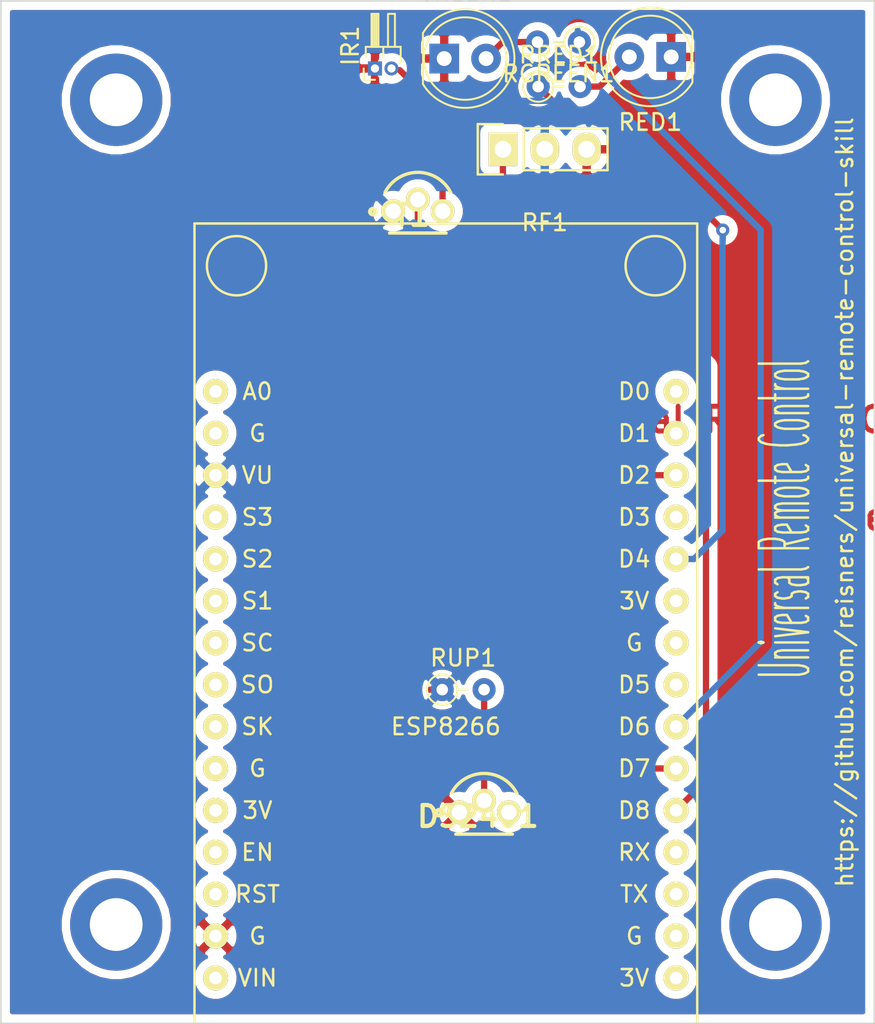
<source format=kicad_pcb>
(kicad_pcb (version 20171130) (host pcbnew "(5.1.4)-1")

  (general
    (thickness 1.6)
    (drawings 16)
    (tracks 40)
    (zones 0)
    (modules 14)
    (nets 35)
  )

  (page A4)
  (layers
    (0 F.Cu signal hide)
    (31 B.Cu signal hide)
    (32 B.Adhes user)
    (33 F.Adhes user)
    (34 B.Paste user)
    (35 F.Paste user)
    (36 B.SilkS user)
    (37 F.SilkS user)
    (38 B.Mask user)
    (39 F.Mask user)
    (40 Dwgs.User user hide)
    (41 Cmts.User user)
    (42 Eco1.User user)
    (43 Eco2.User user)
    (44 Edge.Cuts user)
    (45 Margin user)
    (46 B.CrtYd user)
    (47 F.CrtYd user)
    (48 B.Fab user)
    (49 F.Fab user)
  )

  (setup
    (last_trace_width 0.381)
    (trace_clearance 0.2)
    (zone_clearance 0.508)
    (zone_45_only no)
    (trace_min 0.381)
    (via_size 0.8)
    (via_drill 0.4)
    (via_min_size 0.4)
    (via_min_drill 0.3)
    (uvia_size 0.3)
    (uvia_drill 0.1)
    (uvias_allowed no)
    (uvia_min_size 0.2)
    (uvia_min_drill 0.1)
    (edge_width 0.05)
    (segment_width 0.2)
    (pcb_text_width 0.3)
    (pcb_text_size 1.5 1.5)
    (mod_edge_width 0.12)
    (mod_text_size 1 1)
    (mod_text_width 0.15)
    (pad_size 1.524 1.524)
    (pad_drill 0.762)
    (pad_to_mask_clearance 0.051)
    (solder_mask_min_width 0.25)
    (aux_axis_origin 74 103.1)
    (visible_elements 7FFFFFFF)
    (pcbplotparams
      (layerselection 0x010fc_ffffffff)
      (usegerberextensions false)
      (usegerberattributes true)
      (usegerberadvancedattributes false)
      (creategerberjobfile false)
      (excludeedgelayer true)
      (linewidth 0.100000)
      (plotframeref false)
      (viasonmask false)
      (mode 1)
      (useauxorigin true)
      (hpglpennumber 1)
      (hpglpenspeed 20)
      (hpglpendiameter 15.000000)
      (psnegative false)
      (psa4output false)
      (plotreference false)
      (plotvalue false)
      (plotinvisibletext false)
      (padsonsilk false)
      (subtractmaskfromsilk false)
      (outputformat 1)
      (mirror false)
      (drillshape 0)
      (scaleselection 1)
      (outputdirectory "./gerber"))
  )

  (net 0 "")
  (net 1 "Net-(DS2401-Pad3)")
  (net 2 GND)
  (net 3 "Net-(ESP8266-Pad30)")
  (net 4 "Net-(ESP8266-Pad29)")
  (net 5 "Net-(ESP8266-Pad28)")
  (net 6 "Net-(ESP8266-Pad27)")
  (net 7 "Net-(ESP8266-Pad26)")
  (net 8 "Net-(ESP8266-Pad25)")
  (net 9 "Net-(ESP8266-Pad24)")
  (net 10 "Net-(ESP8266-Pad23)")
  (net 11 "Net-(ESP8266-Pad22)")
  (net 12 "Net-(ESP8266-Pad20)")
  (net 13 "Net-(ESP8266-Pad19)")
  (net 14 "Net-(ESP8266-Pad18)")
  (net 15 "Net-(ESP8266-Pad17)")
  (net 16 "Net-(ESP8266-Pad16)")
  (net 17 "Net-(ESP8266-Pad15)")
  (net 18 "Net-(ESP8266-Pad13)")
  (net 19 "Net-(ESP8266-Pad12)")
  (net 20 "Net-(ESP8266-Pad11)")
  (net 21 "Net-(ESP8266-Pad10)")
  (net 22 "Net-(ESP8266-Pad9)")
  (net 23 "Net-(ESP8266-Pad8)")
  (net 24 "Net-(ESP8266-Pad7)")
  (net 25 "Net-(ESP8266-Pad6)")
  (net 26 "Net-(ESP8266-Pad5)")
  (net 27 "Net-(ESP8266-Pad4)")
  (net 28 +5V)
  (net 29 "Net-(ESP8266-Pad2)")
  (net 30 "Net-(ESP8266-Pad1)")
  (net 31 "Net-(GREEN1-Pad2)")
  (net 32 "Net-(IR1-Pad2)")
  (net 33 "Net-(RED1-Pad2)")
  (net 34 "Net-(DS2401-Pad2)")

  (net_class Default "This is the default net class."
    (clearance 0.2)
    (trace_width 0.381)
    (via_dia 0.8)
    (via_drill 0.4)
    (uvia_dia 0.3)
    (uvia_drill 0.1)
    (diff_pair_width 0.381)
    (diff_pair_gap 0.25)
    (add_net +5V)
    (add_net GND)
    (add_net "Net-(DS2401-Pad2)")
    (add_net "Net-(DS2401-Pad3)")
    (add_net "Net-(ESP8266-Pad1)")
    (add_net "Net-(ESP8266-Pad10)")
    (add_net "Net-(ESP8266-Pad11)")
    (add_net "Net-(ESP8266-Pad12)")
    (add_net "Net-(ESP8266-Pad13)")
    (add_net "Net-(ESP8266-Pad15)")
    (add_net "Net-(ESP8266-Pad16)")
    (add_net "Net-(ESP8266-Pad17)")
    (add_net "Net-(ESP8266-Pad18)")
    (add_net "Net-(ESP8266-Pad19)")
    (add_net "Net-(ESP8266-Pad2)")
    (add_net "Net-(ESP8266-Pad20)")
    (add_net "Net-(ESP8266-Pad22)")
    (add_net "Net-(ESP8266-Pad23)")
    (add_net "Net-(ESP8266-Pad24)")
    (add_net "Net-(ESP8266-Pad25)")
    (add_net "Net-(ESP8266-Pad26)")
    (add_net "Net-(ESP8266-Pad27)")
    (add_net "Net-(ESP8266-Pad28)")
    (add_net "Net-(ESP8266-Pad29)")
    (add_net "Net-(ESP8266-Pad30)")
    (add_net "Net-(ESP8266-Pad4)")
    (add_net "Net-(ESP8266-Pad5)")
    (add_net "Net-(ESP8266-Pad6)")
    (add_net "Net-(ESP8266-Pad7)")
    (add_net "Net-(ESP8266-Pad8)")
    (add_net "Net-(ESP8266-Pad9)")
    (add_net "Net-(GREEN1-Pad2)")
    (add_net "Net-(IR1-Pad2)")
    (add_net "Net-(RED1-Pad2)")
  )

  (module MountingHole:MountingHole_3.2mm_M3_DIN965_Pad (layer F.Cu) (tedit 56D1B4CB) (tstamp 5DE0919B)
    (at 125 126)
    (descr "Mounting Hole 3.2mm, M3, DIN965")
    (tags "mounting hole 3.2mm m3 din965")
    (attr virtual)
    (fp_text reference REF** (at 0 -3.8) (layer Dwgs.User)
      (effects (font (size 1 1) (thickness 0.15)))
    )
    (fp_text value MountingHole_3.2mm_M3_DIN965_Pad (at 0 3.8) (layer F.Fab)
      (effects (font (size 1 1) (thickness 0.15)))
    )
    (fp_circle (center 0 0) (end 3.05 0) (layer F.CrtYd) (width 0.05))
    (fp_circle (center 0 0) (end 2.8 0) (layer Cmts.User) (width 0.15))
    (fp_text user %R (at 0.3 0) (layer F.Fab)
      (effects (font (size 1 1) (thickness 0.15)))
    )
    (pad 1 thru_hole circle (at 0 0) (size 5.6 5.6) (drill 3.2) (layers *.Cu *.Mask))
  )

  (module MountingHole:MountingHole_3.2mm_M3_DIN965_Pad (layer F.Cu) (tedit 56D1B4CB) (tstamp 5DE090A1)
    (at 165 126)
    (descr "Mounting Hole 3.2mm, M3, DIN965")
    (tags "mounting hole 3.2mm m3 din965")
    (attr virtual)
    (fp_text reference REF** (at 0 -3.8) (layer Dwgs.User)
      (effects (font (size 1 1) (thickness 0.15)))
    )
    (fp_text value MountingHole_3.2mm_M3_DIN965_Pad (at 0 3.8) (layer F.Fab)
      (effects (font (size 1 1) (thickness 0.15)))
    )
    (fp_circle (center 0 0) (end 3.05 0) (layer F.CrtYd) (width 0.05))
    (fp_circle (center 0 0) (end 2.8 0) (layer Cmts.User) (width 0.15))
    (fp_text user %R (at 0.3 0) (layer F.Fab)
      (effects (font (size 1 1) (thickness 0.15)))
    )
    (pad 1 thru_hole circle (at 0 0) (size 5.6 5.6) (drill 3.2) (layers *.Cu *.Mask))
  )

  (module MountingHole:MountingHole_3.2mm_M3_DIN965_Pad (layer F.Cu) (tedit 56D1B4CB) (tstamp 5DE08FC1)
    (at 165 76)
    (descr "Mounting Hole 3.2mm, M3, DIN965")
    (tags "mounting hole 3.2mm m3 din965")
    (attr virtual)
    (fp_text reference REF** (at 0 -3.8) (layer Dwgs.User)
      (effects (font (size 1 1) (thickness 0.15)))
    )
    (fp_text value MountingHole_3.2mm_M3_DIN965_Pad (at 0 3.8) (layer F.Fab)
      (effects (font (size 1 1) (thickness 0.15)))
    )
    (fp_circle (center 0 0) (end 3.05 0) (layer F.CrtYd) (width 0.05))
    (fp_circle (center 0 0) (end 2.8 0) (layer Cmts.User) (width 0.15))
    (fp_text user %R (at 0.3 0) (layer F.Fab)
      (effects (font (size 1 1) (thickness 0.15)))
    )
    (pad 1 thru_hole circle (at 0 0) (size 5.6 5.6) (drill 3.2) (layers *.Cu *.Mask))
  )

  (module MountingHole:MountingHole_3.2mm_M3_DIN965_Pad (layer F.Cu) (tedit 56D1B4CB) (tstamp 5DE09017)
    (at 125 76)
    (descr "Mounting Hole 3.2mm, M3, DIN965")
    (tags "mounting hole 3.2mm m3 din965")
    (attr virtual)
    (fp_text reference REF** (at 0 -3.8) (layer Dwgs.User)
      (effects (font (size 1 1) (thickness 0.15)))
    )
    (fp_text value MountingHole_3.2mm_M3_DIN965_Pad (at 0 3.8) (layer F.Fab)
      (effects (font (size 1 1) (thickness 0.15)))
    )
    (fp_circle (center 0 0) (end 3.05 0) (layer F.CrtYd) (width 0.05))
    (fp_circle (center 0 0) (end 2.8 0) (layer Cmts.User) (width 0.15))
    (fp_text user %R (at 0.3 0) (layer F.Fab)
      (effects (font (size 1 1) (thickness 0.15)))
    )
    (pad 1 thru_hole circle (at 0 0) (size 5.6 5.6) (drill 3.2) (layers *.Cu *.Mask))
  )

  (module ESP8266:NodeMCU-LoLinV3 (layer F.Cu) (tedit 5AF0808C) (tstamp 5DCE108C)
    (at 145 114)
    (path /5DCD4445)
    (fp_text reference ESP8266 (at 0 0) (layer F.SilkS)
      (effects (font (size 1 1) (thickness 0.15)))
    )
    (fp_text value "NodeMCU1.0(ESP-12E)" (at 0 -29.21) (layer F.Fab)
      (effects (font (size 1 1) (thickness 0.15)))
    )
    (fp_line (start 15.25 26.5) (end 15.25 -30.5) (layer F.SilkS) (width 0.15))
    (fp_line (start -15.25 26.5) (end 15.25 26.5) (layer F.SilkS) (width 0.15))
    (fp_line (start -15.25 -30.5) (end -15.25 26.5) (layer F.SilkS) (width 0.15))
    (fp_line (start -14.75 -30.5) (end -15.25 -30.5) (layer F.SilkS) (width 0.15))
    (fp_line (start 15.25 -30.5) (end -14.75 -30.5) (layer F.SilkS) (width 0.15))
    (fp_circle (center 12.7 -27.94) (end 13.97 -29.21) (layer F.SilkS) (width 0.15))
    (fp_circle (center -12.7 -27.94) (end -11.43 -29.21) (layer F.SilkS) (width 0.15))
    (fp_circle (center -12.7 24.13) (end -11.43 22.86) (layer F.SilkS) (width 0.15))
    (fp_circle (center 12.7 24.13) (end 13.97 22.86) (layer F.SilkS) (width 0.15))
    (fp_text user D0 (at 11.43 -20.32) (layer F.SilkS)
      (effects (font (size 1 1) (thickness 0.15)))
    )
    (fp_text user D1 (at 11.43 -17.78) (layer F.SilkS)
      (effects (font (size 1 1) (thickness 0.15)))
    )
    (fp_text user D2 (at 11.43 -15.24) (layer F.SilkS)
      (effects (font (size 1 1) (thickness 0.15)))
    )
    (fp_text user D3 (at 11.43 -12.7) (layer F.SilkS)
      (effects (font (size 1 1) (thickness 0.15)))
    )
    (fp_text user D4 (at 11.43 -10.16) (layer F.SilkS)
      (effects (font (size 1 1) (thickness 0.15)))
    )
    (fp_text user 3V (at 11.43 -7.62) (layer F.SilkS)
      (effects (font (size 1 1) (thickness 0.15)))
    )
    (fp_text user G (at 11.43 -5.08) (layer F.SilkS)
      (effects (font (size 1 1) (thickness 0.15)))
    )
    (fp_text user D5 (at 11.43 -2.54) (layer F.SilkS)
      (effects (font (size 1 1) (thickness 0.15)))
    )
    (fp_text user D6 (at 11.43 0) (layer F.SilkS)
      (effects (font (size 1 1) (thickness 0.15)))
    )
    (fp_text user D7 (at 11.43 2.54) (layer F.SilkS)
      (effects (font (size 1 1) (thickness 0.15)))
    )
    (fp_text user D8 (at 11.43 5.08) (layer F.SilkS)
      (effects (font (size 1 1) (thickness 0.15)))
    )
    (fp_text user RX (at 11.43 7.62) (layer F.SilkS)
      (effects (font (size 1 1) (thickness 0.15)))
    )
    (fp_text user TX (at 11.43 10.16) (layer F.SilkS)
      (effects (font (size 1 1) (thickness 0.15)))
    )
    (fp_text user G (at 11.43 12.7) (layer F.SilkS)
      (effects (font (size 1 1) (thickness 0.15)))
    )
    (fp_text user 3V (at 11.43 15.24) (layer F.SilkS)
      (effects (font (size 1 1) (thickness 0.15)))
    )
    (fp_text user A0 (at -11.43 -20.32) (layer F.SilkS)
      (effects (font (size 1 1) (thickness 0.15)))
    )
    (fp_text user G (at -11.43 -17.78) (layer F.SilkS)
      (effects (font (size 1 1) (thickness 0.15)))
    )
    (fp_text user VU (at -11.43 -15.24) (layer F.SilkS)
      (effects (font (size 1 1) (thickness 0.15)))
    )
    (fp_text user S3 (at -11.43 -12.7) (layer F.SilkS)
      (effects (font (size 1 1) (thickness 0.15)))
    )
    (fp_text user S2 (at -11.43 -10.16) (layer F.SilkS)
      (effects (font (size 1 1) (thickness 0.15)))
    )
    (fp_text user S1 (at -11.43 -7.62) (layer F.SilkS)
      (effects (font (size 1 1) (thickness 0.15)))
    )
    (fp_text user SC (at -11.43 -5.08) (layer F.SilkS)
      (effects (font (size 1 1) (thickness 0.15)))
    )
    (fp_text user SO (at -11.43 -2.54) (layer F.SilkS)
      (effects (font (size 1 1) (thickness 0.15)))
    )
    (fp_text user SK (at -11.43 0) (layer F.SilkS)
      (effects (font (size 1 1) (thickness 0.15)))
    )
    (fp_text user G (at -11.43 2.54) (layer F.SilkS)
      (effects (font (size 1 1) (thickness 0.15)))
    )
    (fp_text user 3V (at -11.43 5.08) (layer F.SilkS)
      (effects (font (size 1 1) (thickness 0.15)))
    )
    (fp_text user EN (at -11.43 7.62) (layer F.SilkS)
      (effects (font (size 1 1) (thickness 0.15)))
    )
    (fp_text user RST (at -11.43 10.16) (layer F.SilkS)
      (effects (font (size 1 1) (thickness 0.15)))
    )
    (fp_text user G (at -11.43 12.7) (layer F.SilkS)
      (effects (font (size 1 1) (thickness 0.15)))
    )
    (fp_text user VIN (at -11.43 15.24) (layer F.SilkS)
      (effects (font (size 1 1) (thickness 0.15)))
    )
    (pad 30 thru_hole circle (at 13.97 -20.32) (size 1.524 1.524) (drill 0.762) (layers *.Cu *.Mask F.SilkS)
      (net 3 "Net-(ESP8266-Pad30)"))
    (pad 29 thru_hole circle (at 13.97 -17.78) (size 1.524 1.524) (drill 0.762) (layers *.Cu *.Mask F.SilkS)
      (net 4 "Net-(ESP8266-Pad29)"))
    (pad 28 thru_hole circle (at 13.97 -15.24) (size 1.524 1.524) (drill 0.762) (layers *.Cu *.Mask F.SilkS)
      (net 5 "Net-(ESP8266-Pad28)"))
    (pad 27 thru_hole circle (at 13.97 -12.7) (size 1.524 1.524) (drill 0.762) (layers *.Cu *.Mask F.SilkS)
      (net 6 "Net-(ESP8266-Pad27)"))
    (pad 26 thru_hole circle (at 13.97 -10.16) (size 1.524 1.524) (drill 0.762) (layers *.Cu *.Mask F.SilkS)
      (net 7 "Net-(ESP8266-Pad26)"))
    (pad 25 thru_hole circle (at 13.97 -7.62) (size 1.524 1.524) (drill 0.762) (layers *.Cu *.Mask F.SilkS)
      (net 8 "Net-(ESP8266-Pad25)"))
    (pad 24 thru_hole circle (at 13.97 -5.08) (size 1.524 1.524) (drill 0.762) (layers *.Cu *.Mask F.SilkS)
      (net 9 "Net-(ESP8266-Pad24)"))
    (pad 23 thru_hole circle (at 13.97 -2.54) (size 1.524 1.524) (drill 0.762) (layers *.Cu *.Mask F.SilkS)
      (net 10 "Net-(ESP8266-Pad23)"))
    (pad 22 thru_hole circle (at 13.97 0) (size 1.524 1.524) (drill 0.762) (layers *.Cu *.Mask F.SilkS)
      (net 11 "Net-(ESP8266-Pad22)"))
    (pad 21 thru_hole circle (at 13.97 2.54) (size 1.524 1.524) (drill 0.762) (layers *.Cu *.Mask F.SilkS)
      (net 34 "Net-(DS2401-Pad2)"))
    (pad 20 thru_hole circle (at 13.97 5.08) (size 1.524 1.524) (drill 0.762) (layers *.Cu *.Mask F.SilkS)
      (net 12 "Net-(ESP8266-Pad20)"))
    (pad 19 thru_hole circle (at 13.97 7.62) (size 1.524 1.524) (drill 0.762) (layers *.Cu *.Mask F.SilkS)
      (net 13 "Net-(ESP8266-Pad19)"))
    (pad 18 thru_hole circle (at 13.97 10.16) (size 1.524 1.524) (drill 0.762) (layers *.Cu *.Mask F.SilkS)
      (net 14 "Net-(ESP8266-Pad18)"))
    (pad 17 thru_hole circle (at 13.97 12.7) (size 1.524 1.524) (drill 0.762) (layers *.Cu *.Mask F.SilkS)
      (net 15 "Net-(ESP8266-Pad17)"))
    (pad 16 thru_hole circle (at 13.97 15.24) (size 1.524 1.524) (drill 0.762) (layers *.Cu *.Mask F.SilkS)
      (net 16 "Net-(ESP8266-Pad16)"))
    (pad 15 thru_hole circle (at -13.97 15.24) (size 1.524 1.524) (drill 0.762) (layers *.Cu *.Mask F.SilkS)
      (net 17 "Net-(ESP8266-Pad15)"))
    (pad 14 thru_hole circle (at -13.97 12.7) (size 1.524 1.524) (drill 0.762) (layers *.Cu *.Mask F.SilkS)
      (net 2 GND))
    (pad 13 thru_hole circle (at -13.97 10.16) (size 1.524 1.524) (drill 0.762) (layers *.Cu *.Mask F.SilkS)
      (net 18 "Net-(ESP8266-Pad13)"))
    (pad 12 thru_hole circle (at -13.97 7.62) (size 1.524 1.524) (drill 0.762) (layers *.Cu *.Mask F.SilkS)
      (net 19 "Net-(ESP8266-Pad12)"))
    (pad 11 thru_hole circle (at -13.97 5.08) (size 1.524 1.524) (drill 0.762) (layers *.Cu *.Mask F.SilkS)
      (net 20 "Net-(ESP8266-Pad11)"))
    (pad 10 thru_hole circle (at -13.97 2.54) (size 1.524 1.524) (drill 0.762) (layers *.Cu *.Mask F.SilkS)
      (net 21 "Net-(ESP8266-Pad10)"))
    (pad 9 thru_hole circle (at -13.97 0) (size 1.524 1.524) (drill 0.762) (layers *.Cu *.Mask F.SilkS)
      (net 22 "Net-(ESP8266-Pad9)"))
    (pad 8 thru_hole circle (at -13.97 -2.54) (size 1.524 1.524) (drill 0.762) (layers *.Cu *.Mask F.SilkS)
      (net 23 "Net-(ESP8266-Pad8)"))
    (pad 7 thru_hole circle (at -13.97 -5.08) (size 1.524 1.524) (drill 0.762) (layers *.Cu *.Mask F.SilkS)
      (net 24 "Net-(ESP8266-Pad7)"))
    (pad 6 thru_hole circle (at -13.97 -7.62) (size 1.524 1.524) (drill 0.762) (layers *.Cu *.Mask F.SilkS)
      (net 25 "Net-(ESP8266-Pad6)"))
    (pad 5 thru_hole circle (at -13.97 -10.16) (size 1.524 1.524) (drill 0.762) (layers *.Cu *.Mask F.SilkS)
      (net 26 "Net-(ESP8266-Pad5)"))
    (pad 4 thru_hole circle (at -13.97 -12.7) (size 1.524 1.524) (drill 0.762) (layers *.Cu *.Mask F.SilkS)
      (net 27 "Net-(ESP8266-Pad4)"))
    (pad 3 thru_hole circle (at -13.97 -15.24) (size 1.524 1.524) (drill 0.762) (layers *.Cu *.Mask F.SilkS)
      (net 28 +5V))
    (pad 2 thru_hole circle (at -13.97 -17.78) (size 1.524 1.524) (drill 0.762) (layers *.Cu *.Mask F.SilkS)
      (net 29 "Net-(ESP8266-Pad2)"))
    (pad 1 thru_hole circle (at -13.97 -20.32) (size 1.524 1.524) (drill 0.762) (layers *.Cu *.Mask F.SilkS)
      (net 30 "Net-(ESP8266-Pad1)"))
  )

  (module Resistor_THT:R_Axial_DIN0204_L3.6mm_D1.6mm_P2.54mm_Vertical (layer F.Cu) (tedit 5AE5139B) (tstamp 5DCE1106)
    (at 144.78 111.76)
    (descr "Resistor, Axial_DIN0204 series, Axial, Vertical, pin pitch=2.54mm, 0.167W, length*diameter=3.6*1.6mm^2, http://cdn-reichelt.de/documents/datenblatt/B400/1_4W%23YAG.pdf")
    (tags "Resistor Axial_DIN0204 series Axial Vertical pin pitch 2.54mm 0.167W length 3.6mm diameter 1.6mm")
    (path /5DCF5128)
    (fp_text reference RUP1 (at 1.27 -1.92) (layer F.SilkS)
      (effects (font (size 1 1) (thickness 0.15)))
    )
    (fp_text value R (at 1.27 1.92) (layer F.Fab)
      (effects (font (size 1 1) (thickness 0.15)))
    )
    (fp_text user %R (at 1.27 -1.92) (layer F.Fab)
      (effects (font (size 1 1) (thickness 0.15)))
    )
    (fp_line (start 3.49 -1.05) (end -1.05 -1.05) (layer F.CrtYd) (width 0.05))
    (fp_line (start 3.49 1.05) (end 3.49 -1.05) (layer F.CrtYd) (width 0.05))
    (fp_line (start -1.05 1.05) (end 3.49 1.05) (layer F.CrtYd) (width 0.05))
    (fp_line (start -1.05 -1.05) (end -1.05 1.05) (layer F.CrtYd) (width 0.05))
    (fp_line (start 0.92 0) (end 1.54 0) (layer F.SilkS) (width 0.12))
    (fp_line (start 0 0) (end 2.54 0) (layer F.Fab) (width 0.1))
    (fp_circle (center 0 0) (end 0.92 0) (layer F.SilkS) (width 0.12))
    (fp_circle (center 0 0) (end 0.8 0) (layer F.Fab) (width 0.1))
    (pad 2 thru_hole oval (at 2.54 0) (size 1.4 1.4) (drill 0.7) (layers *.Cu *.Mask)
      (net 34 "Net-(DS2401-Pad2)"))
    (pad 1 thru_hole circle (at 0 0) (size 1.4 1.4) (drill 0.7) (layers *.Cu *.Mask)
      (net 28 +5V))
    (model ${KISYS3DMOD}/Resistor_THT.3dshapes/R_Axial_DIN0204_L3.6mm_D1.6mm_P2.54mm_Vertical.wrl
      (at (xyz 0 0 0))
      (scale (xyz 1 1 1))
      (rotate (xyz 0 0 0))
    )
  )

  (module Resistor_THT:R_Axial_DIN0204_L3.6mm_D1.6mm_P2.54mm_Vertical (layer F.Cu) (tedit 5AE5139B) (tstamp 5DCE10F7)
    (at 150.6 75.2)
    (descr "Resistor, Axial_DIN0204 series, Axial, Vertical, pin pitch=2.54mm, 0.167W, length*diameter=3.6*1.6mm^2, http://cdn-reichelt.de/documents/datenblatt/B400/1_4W%23YAG.pdf")
    (tags "Resistor Axial_DIN0204 series Axial Vertical pin pitch 2.54mm 0.167W length 3.6mm diameter 1.6mm")
    (path /5DCE6F94)
    (fp_text reference RRED1 (at 1.27 -1.92) (layer F.SilkS)
      (effects (font (size 1 1) (thickness 0.15)))
    )
    (fp_text value R (at 1.27 1.92) (layer F.Fab)
      (effects (font (size 1 1) (thickness 0.15)))
    )
    (fp_text user %R (at 1.27 -1.92) (layer F.Fab)
      (effects (font (size 1 1) (thickness 0.15)))
    )
    (fp_line (start 3.49 -1.05) (end -1.05 -1.05) (layer F.CrtYd) (width 0.05))
    (fp_line (start 3.49 1.05) (end 3.49 -1.05) (layer F.CrtYd) (width 0.05))
    (fp_line (start -1.05 1.05) (end 3.49 1.05) (layer F.CrtYd) (width 0.05))
    (fp_line (start -1.05 -1.05) (end -1.05 1.05) (layer F.CrtYd) (width 0.05))
    (fp_line (start 0.92 0) (end 1.54 0) (layer F.SilkS) (width 0.12))
    (fp_line (start 0 0) (end 2.54 0) (layer F.Fab) (width 0.1))
    (fp_circle (center 0 0) (end 0.92 0) (layer F.SilkS) (width 0.12))
    (fp_circle (center 0 0) (end 0.8 0) (layer F.Fab) (width 0.1))
    (pad 2 thru_hole oval (at 2.54 0) (size 1.4 1.4) (drill 0.7) (layers *.Cu *.Mask)
      (net 33 "Net-(RED1-Pad2)"))
    (pad 1 thru_hole circle (at 0 0) (size 1.4 1.4) (drill 0.7) (layers *.Cu *.Mask)
      (net 7 "Net-(ESP8266-Pad26)"))
    (model ${KISYS3DMOD}/Resistor_THT.3dshapes/R_Axial_DIN0204_L3.6mm_D1.6mm_P2.54mm_Vertical.wrl
      (at (xyz 0 0 0))
      (scale (xyz 1 1 1))
      (rotate (xyz 0 0 0))
    )
  )

  (module Resistor_THT:R_Axial_DIN0204_L3.6mm_D1.6mm_P2.54mm_Vertical (layer F.Cu) (tedit 5AE5139B) (tstamp 5DCE10E8)
    (at 153.1 72.5 180)
    (descr "Resistor, Axial_DIN0204 series, Axial, Vertical, pin pitch=2.54mm, 0.167W, length*diameter=3.6*1.6mm^2, http://cdn-reichelt.de/documents/datenblatt/B400/1_4W%23YAG.pdf")
    (tags "Resistor Axial_DIN0204 series Axial Vertical pin pitch 2.54mm 0.167W length 3.6mm diameter 1.6mm")
    (path /5DCE6B14)
    (fp_text reference RGREEN1 (at 1.27 -1.92) (layer F.SilkS)
      (effects (font (size 1 1) (thickness 0.15)))
    )
    (fp_text value R (at 1.27 1.92) (layer F.Fab)
      (effects (font (size 1 1) (thickness 0.15)))
    )
    (fp_text user %R (at 1.27 -1.92) (layer F.Fab)
      (effects (font (size 1 1) (thickness 0.15)))
    )
    (fp_line (start 3.49 -1.05) (end -1.05 -1.05) (layer F.CrtYd) (width 0.05))
    (fp_line (start 3.49 1.05) (end 3.49 -1.05) (layer F.CrtYd) (width 0.05))
    (fp_line (start -1.05 1.05) (end 3.49 1.05) (layer F.CrtYd) (width 0.05))
    (fp_line (start -1.05 -1.05) (end -1.05 1.05) (layer F.CrtYd) (width 0.05))
    (fp_line (start 0.92 0) (end 1.54 0) (layer F.SilkS) (width 0.12))
    (fp_line (start 0 0) (end 2.54 0) (layer F.Fab) (width 0.1))
    (fp_circle (center 0 0) (end 0.92 0) (layer F.SilkS) (width 0.12))
    (fp_circle (center 0 0) (end 0.8 0) (layer F.Fab) (width 0.1))
    (pad 2 thru_hole oval (at 2.54 0 180) (size 1.4 1.4) (drill 0.7) (layers *.Cu *.Mask)
      (net 31 "Net-(GREEN1-Pad2)"))
    (pad 1 thru_hole circle (at 0 0 180) (size 1.4 1.4) (drill 0.7) (layers *.Cu *.Mask)
      (net 11 "Net-(ESP8266-Pad22)"))
    (model ${KISYS3DMOD}/Resistor_THT.3dshapes/R_Axial_DIN0204_L3.6mm_D1.6mm_P2.54mm_Vertical.wrl
      (at (xyz 0 0 0))
      (scale (xyz 1 1 1))
      (rotate (xyz 0 0 0))
    )
  )

  (module Sensors:RF_Transmitter_433_MHz (layer F.Cu) (tedit 567FC788) (tstamp 5DCE10D9)
    (at 151 79)
    (path /5DCDDBF6)
    (fp_text reference RF1 (at 0 4.445) (layer F.SilkS)
      (effects (font (size 1 1) (thickness 0.15)))
    )
    (fp_text value RF_Transmitter_433_MHz (at 0 2.54) (layer F.Fab)
      (effects (font (size 1 1) (thickness 0.15)))
    )
    (fp_line (start -9.525 -0.635) (end -9.525 -1.905) (layer F.CrtYd) (width 0.15))
    (fp_line (start -9.525 -1.905) (end 9.525 -1.905) (layer F.CrtYd) (width 0.15))
    (fp_line (start 9.525 -1.905) (end 9.525 -0.635) (layer F.CrtYd) (width 0.15))
    (fp_line (start 9.525 -0.635) (end -9.525 -0.635) (layer F.CrtYd) (width 0.15))
    (fp_line (start -6.985 -0.635) (end -6.985 0.635) (layer F.CrtYd) (width 0.15))
    (fp_line (start -6.985 0.635) (end -4.445 0.635) (layer F.CrtYd) (width 0.15))
    (fp_line (start -4.445 0.635) (end -4.445 -0.635) (layer F.CrtYd) (width 0.15))
    (fp_line (start -2.54 -1.524) (end -4.064 -1.524) (layer F.SilkS) (width 0.15))
    (fp_line (start -4.064 -1.524) (end -4.064 1.524) (layer F.SilkS) (width 0.15))
    (fp_line (start -4.064 1.524) (end -2.54 1.524) (layer F.SilkS) (width 0.15))
    (fp_line (start -1.27 1.27) (end -1.27 -1.27) (layer F.SilkS) (width 0.15))
    (fp_line (start -1.27 -1.27) (end 3.81 -1.27) (layer F.SilkS) (width 0.15))
    (fp_line (start 3.81 -1.27) (end 3.81 1.27) (layer F.SilkS) (width 0.15))
    (fp_line (start 3.81 1.27) (end -1.27 1.27) (layer F.SilkS) (width 0.15))
    (pad 3 thru_hole oval (at 2.54 0 90) (size 2.032 1.7272) (drill 1.016) (layers *.Cu *.Mask F.SilkS)
      (net 2 GND))
    (pad 2 thru_hole oval (at 0 0 90) (size 2.032 1.7272) (drill 1.016) (layers *.Cu *.Mask F.SilkS)
      (net 28 +5V))
    (pad 1 thru_hole rect (at -2.54 0 90) (size 2.032 1.7272) (drill 1.016) (layers *.Cu *.Mask F.SilkS)
      (net 12 "Net-(ESP8266-Pad20)"))
  )

  (module LED_THT:LED_D5.0mm (layer F.Cu) (tedit 5995936A) (tstamp 5DCE10C4)
    (at 158.67 73.4 180)
    (descr "LED, diameter 5.0mm, 2 pins, http://cdn-reichelt.de/documents/datenblatt/A500/LL-504BC2E-009.pdf")
    (tags "LED diameter 5.0mm 2 pins")
    (path /5DCE5001)
    (fp_text reference RED1 (at 1.27 -3.96) (layer F.SilkS)
      (effects (font (size 1 1) (thickness 0.15)))
    )
    (fp_text value LED (at 1.27 3.96) (layer F.Fab)
      (effects (font (size 1 1) (thickness 0.15)))
    )
    (fp_text user %R (at 1.25 0) (layer F.Fab)
      (effects (font (size 0.8 0.8) (thickness 0.2)))
    )
    (fp_line (start 4.5 -3.25) (end -1.95 -3.25) (layer F.CrtYd) (width 0.05))
    (fp_line (start 4.5 3.25) (end 4.5 -3.25) (layer F.CrtYd) (width 0.05))
    (fp_line (start -1.95 3.25) (end 4.5 3.25) (layer F.CrtYd) (width 0.05))
    (fp_line (start -1.95 -3.25) (end -1.95 3.25) (layer F.CrtYd) (width 0.05))
    (fp_line (start -1.29 -1.545) (end -1.29 1.545) (layer F.SilkS) (width 0.12))
    (fp_line (start -1.23 -1.469694) (end -1.23 1.469694) (layer F.Fab) (width 0.1))
    (fp_circle (center 1.27 0) (end 3.77 0) (layer F.SilkS) (width 0.12))
    (fp_circle (center 1.27 0) (end 3.77 0) (layer F.Fab) (width 0.1))
    (fp_arc (start 1.27 0) (end -1.29 1.54483) (angle -148.9) (layer F.SilkS) (width 0.12))
    (fp_arc (start 1.27 0) (end -1.29 -1.54483) (angle 148.9) (layer F.SilkS) (width 0.12))
    (fp_arc (start 1.27 0) (end -1.23 -1.469694) (angle 299.1) (layer F.Fab) (width 0.1))
    (pad 2 thru_hole circle (at 2.54 0 180) (size 1.8 1.8) (drill 0.9) (layers *.Cu *.Mask)
      (net 33 "Net-(RED1-Pad2)"))
    (pad 1 thru_hole rect (at 0 0 180) (size 1.8 1.8) (drill 0.9) (layers *.Cu *.Mask)
      (net 2 GND))
    (model ${KISYS3DMOD}/LED_THT.3dshapes/LED_D5.0mm.wrl
      (at (xyz 0 0 0))
      (scale (xyz 1 1 1))
      (rotate (xyz 0 0 0))
    )
  )

  (module LED_THT:LED_D5.0mm (layer F.Cu) (tedit 5995936A) (tstamp 5DCE109E)
    (at 144.9 73.5)
    (descr "LED, diameter 5.0mm, 2 pins, http://cdn-reichelt.de/documents/datenblatt/A500/LL-504BC2E-009.pdf")
    (tags "LED diameter 5.0mm 2 pins")
    (path /5DCE4B39)
    (fp_text reference GREEN1 (at 1.27 -3.96) (layer F.SilkS)
      (effects (font (size 1 1) (thickness 0.15)))
    )
    (fp_text value LED (at 1.27 3.96) (layer F.Fab)
      (effects (font (size 1 1) (thickness 0.15)))
    )
    (fp_text user %R (at 1.25 0) (layer F.Fab)
      (effects (font (size 0.8 0.8) (thickness 0.2)))
    )
    (fp_line (start 4.5 -3.25) (end -1.95 -3.25) (layer F.CrtYd) (width 0.05))
    (fp_line (start 4.5 3.25) (end 4.5 -3.25) (layer F.CrtYd) (width 0.05))
    (fp_line (start -1.95 3.25) (end 4.5 3.25) (layer F.CrtYd) (width 0.05))
    (fp_line (start -1.95 -3.25) (end -1.95 3.25) (layer F.CrtYd) (width 0.05))
    (fp_line (start -1.29 -1.545) (end -1.29 1.545) (layer F.SilkS) (width 0.12))
    (fp_line (start -1.23 -1.469694) (end -1.23 1.469694) (layer F.Fab) (width 0.1))
    (fp_circle (center 1.27 0) (end 3.77 0) (layer F.SilkS) (width 0.12))
    (fp_circle (center 1.27 0) (end 3.77 0) (layer F.Fab) (width 0.1))
    (fp_arc (start 1.27 0) (end -1.29 1.54483) (angle -148.9) (layer F.SilkS) (width 0.12))
    (fp_arc (start 1.27 0) (end -1.29 -1.54483) (angle 148.9) (layer F.SilkS) (width 0.12))
    (fp_arc (start 1.27 0) (end -1.23 -1.469694) (angle 299.1) (layer F.Fab) (width 0.1))
    (pad 2 thru_hole circle (at 2.54 0) (size 1.8 1.8) (drill 0.9) (layers *.Cu *.Mask)
      (net 31 "Net-(GREEN1-Pad2)"))
    (pad 1 thru_hole rect (at 0 0) (size 1.8 1.8) (drill 0.9) (layers *.Cu *.Mask)
      (net 2 GND))
    (model ${KISYS3DMOD}/LED_THT.3dshapes/LED_D5.0mm.wrl
      (at (xyz 0 0 0))
      (scale (xyz 1 1 1))
      (rotate (xyz 0 0 0))
    )
  )

  (module P2N2222AZL1G:2N6027 (layer F.Cu) (tedit 5DCE69D5) (tstamp 5DCF043F)
    (at 147.32 116.84)
    (descr "TO−92 (TO−226AA) CASE 029−11 ISSUE AL")
    (tags "Transistor BJT NPN")
    (path /5DCDAB33)
    (fp_text reference DS2401 (at -0.375 2.609) (layer F.SilkS)
      (effects (font (size 1.27 1.27) (thickness 0.254)))
    )
    (fp_text value DS2401+ (at -0.375 2.609) (layer F.SilkS) hide
      (effects (font (size 1.27 1.27) (thickness 0.254)))
    )
    (fp_line (start -1.715 3.68) (end 1.715 3.68) (layer F.SilkS) (width 0.2))
    (fp_line (start -1.715 3.68) (end 1.715 3.68) (layer F.SilkS) (width 0.2))
    (fp_line (start -1.715 3.68) (end 1.715 3.68) (layer Dwgs.User) (width 0.2))
    (fp_circle (center -2.732 2.381) (end -2.77 2.381) (layer F.SilkS) (width 0.254))
    (fp_arc (start 0.000005 2.239625) (end -1.715 3.68) (angle 260.1) (layer Dwgs.User) (width 0.2))
    (fp_arc (start 0.000005 2.239625) (end -1.98892 1.21) (angle 125.3) (layer F.SilkS) (width 0.2))
    (pad 1 thru_hole circle (at -1.5 2.35 90) (size 1.45 1.45) (drill 0.93) (layers *.Cu *.Mask F.SilkS)
      (net 2 GND))
    (pad 2 thru_hole circle (at 0 1.65 90) (size 1.45 1.45) (drill 0.93) (layers *.Cu *.Mask F.SilkS)
      (net 34 "Net-(DS2401-Pad2)"))
    (pad 3 thru_hole circle (at 1.5 2.35 90) (size 1.45 1.45) (drill 0.93) (layers *.Cu *.Mask F.SilkS)
      (net 1 "Net-(DS2401-Pad3)"))
  )

  (module P2N2222AZL1G:2N6027 (layer F.Cu) (tedit 5DCE69D5) (tstamp 5DCF11EC)
    (at 143.3 80.4)
    (descr "TO−92 (TO−226AA) CASE 029−11 ISSUE AL")
    (tags "Transistor BJT NPN")
    (path /5DCF79EB)
    (fp_text reference T1 (at -0.375 2.609) (layer F.SilkS)
      (effects (font (size 1.27 1.27) (thickness 0.254)))
    )
    (fp_text value 2N2222a (at -0.375 2.609) (layer F.SilkS) hide
      (effects (font (size 1.27 1.27) (thickness 0.254)))
    )
    (fp_line (start -1.715 3.68) (end 1.715 3.68) (layer F.SilkS) (width 0.2))
    (fp_line (start -1.715 3.68) (end 1.715 3.68) (layer F.SilkS) (width 0.2))
    (fp_line (start -1.715 3.68) (end 1.715 3.68) (layer Dwgs.User) (width 0.2))
    (fp_circle (center -2.732 2.381) (end -2.77 2.381) (layer F.SilkS) (width 0.254))
    (fp_arc (start 0.000005 2.239625) (end -1.715 3.68) (angle 260.1) (layer Dwgs.User) (width 0.2))
    (fp_arc (start 0.000005 2.239625) (end -1.98892 1.21) (angle 125.3) (layer F.SilkS) (width 0.2))
    (pad 1 thru_hole circle (at -1.5 2.35 90) (size 1.45 1.45) (drill 0.93) (layers *.Cu *.Mask F.SilkS)
      (net 28 +5V))
    (pad 2 thru_hole circle (at 0 1.65 90) (size 1.45 1.45) (drill 0.93) (layers *.Cu *.Mask F.SilkS)
      (net 5 "Net-(ESP8266-Pad28)"))
    (pad 3 thru_hole circle (at 1.5 2.35 90) (size 1.45 1.45) (drill 0.93) (layers *.Cu *.Mask F.SilkS)
      (net 32 "Net-(IR1-Pad2)"))
  )

  (module Connector_PinHeader_1.00mm:PinHeader_1x02_P1.00mm_Horizontal (layer F.Cu) (tedit 59FED737) (tstamp 5DCF1E71)
    (at 140.7 74.1 90)
    (descr "Through hole angled pin header, 1x02, 1.00mm pitch, 2.0mm pin length, single row")
    (tags "Through hole angled pin header THT 1x02 1.00mm single row")
    (path /5DCE3934)
    (fp_text reference IR1 (at 1.375 -1.5 90) (layer F.SilkS)
      (effects (font (size 1 1) (thickness 0.15)))
    )
    (fp_text value IRL81A (at 1.375 2.5 90) (layer F.Fab)
      (effects (font (size 1 1) (thickness 0.15)))
    )
    (fp_line (start 0.5 -0.5) (end 1.25 -0.5) (layer F.Fab) (width 0.1))
    (fp_line (start 1.25 -0.5) (end 1.25 1.5) (layer F.Fab) (width 0.1))
    (fp_line (start 1.25 1.5) (end 0.25 1.5) (layer F.Fab) (width 0.1))
    (fp_line (start 0.25 1.5) (end 0.25 -0.25) (layer F.Fab) (width 0.1))
    (fp_line (start 0.25 -0.25) (end 0.5 -0.5) (layer F.Fab) (width 0.1))
    (fp_line (start -0.15 -0.15) (end 0.25 -0.15) (layer F.Fab) (width 0.1))
    (fp_line (start -0.15 -0.15) (end -0.15 0.15) (layer F.Fab) (width 0.1))
    (fp_line (start -0.15 0.15) (end 0.25 0.15) (layer F.Fab) (width 0.1))
    (fp_line (start 1.25 -0.15) (end 3.25 -0.15) (layer F.Fab) (width 0.1))
    (fp_line (start 3.25 -0.15) (end 3.25 0.15) (layer F.Fab) (width 0.1))
    (fp_line (start 1.25 0.15) (end 3.25 0.15) (layer F.Fab) (width 0.1))
    (fp_line (start -0.15 0.85) (end 0.25 0.85) (layer F.Fab) (width 0.1))
    (fp_line (start -0.15 0.85) (end -0.15 1.15) (layer F.Fab) (width 0.1))
    (fp_line (start -0.15 1.15) (end 0.25 1.15) (layer F.Fab) (width 0.1))
    (fp_line (start 1.25 0.85) (end 3.25 0.85) (layer F.Fab) (width 0.1))
    (fp_line (start 3.25 0.85) (end 3.25 1.15) (layer F.Fab) (width 0.1))
    (fp_line (start 1.25 1.15) (end 3.25 1.15) (layer F.Fab) (width 0.1))
    (fp_line (start 0.685 -0.56) (end 1.31 -0.56) (layer F.SilkS) (width 0.12))
    (fp_line (start 1.31 -0.56) (end 1.31 1.56) (layer F.SilkS) (width 0.12))
    (fp_line (start 1.31 1.56) (end 0.394493 1.56) (layer F.SilkS) (width 0.12))
    (fp_line (start 1.31 -0.21) (end 3.31 -0.21) (layer F.SilkS) (width 0.12))
    (fp_line (start 3.31 -0.21) (end 3.31 0.21) (layer F.SilkS) (width 0.12))
    (fp_line (start 3.31 0.21) (end 1.31 0.21) (layer F.SilkS) (width 0.12))
    (fp_line (start 1.31 -0.15) (end 3.31 -0.15) (layer F.SilkS) (width 0.12))
    (fp_line (start 1.31 -0.03) (end 3.31 -0.03) (layer F.SilkS) (width 0.12))
    (fp_line (start 1.31 0.09) (end 3.31 0.09) (layer F.SilkS) (width 0.12))
    (fp_line (start 0.685 0.5) (end 1.31 0.5) (layer F.SilkS) (width 0.12))
    (fp_line (start 1.31 0.79) (end 3.31 0.79) (layer F.SilkS) (width 0.12))
    (fp_line (start 3.31 0.79) (end 3.31 1.21) (layer F.SilkS) (width 0.12))
    (fp_line (start 3.31 1.21) (end 1.31 1.21) (layer F.SilkS) (width 0.12))
    (fp_line (start -0.685 0) (end -0.685 -0.685) (layer F.SilkS) (width 0.12))
    (fp_line (start -0.685 -0.685) (end 0 -0.685) (layer F.SilkS) (width 0.12))
    (fp_line (start -1 -1) (end -1 2) (layer F.CrtYd) (width 0.05))
    (fp_line (start -1 2) (end 3.75 2) (layer F.CrtYd) (width 0.05))
    (fp_line (start 3.75 2) (end 3.75 -1) (layer F.CrtYd) (width 0.05))
    (fp_line (start 3.75 -1) (end -1 -1) (layer F.CrtYd) (width 0.05))
    (fp_text user %R (at 0.75 0.5) (layer F.Fab)
      (effects (font (size 0.6 0.6) (thickness 0.09)))
    )
    (pad 1 thru_hole rect (at 0 0 90) (size 0.85 0.85) (drill 0.5) (layers *.Cu *.Mask)
      (net 2 GND))
    (pad 2 thru_hole oval (at 0 1 90) (size 0.85 0.85) (drill 0.5) (layers *.Cu *.Mask)
      (net 32 "Net-(IR1-Pad2)"))
    (model ${KISYS3DMOD}/Connector_PinHeader_1.00mm.3dshapes/PinHeader_1x02_P1.00mm_Horizontal.wrl
      (at (xyz 0 0 0))
      (scale (xyz 1 1 1))
      (rotate (xyz 0 0 0))
    )
  )

  (gr_text https://github.com/reisners/universal-remote-control-skill (at 169.2 100.4 90) (layer F.SilkS)
    (effects (font (size 1 1) (thickness 0.15)))
  )
  (gr_text "Universal Remote Control\n" (at 165.6 101.4 90) (layer F.SilkS)
    (effects (font (size 3 1) (thickness 0.15)))
  )
  (gr_text "Universal Remote Control" (at 163.7 95.4) (layer F.Cu)
    (effects (font (size 1.5 1.5) (thickness 0.3)))
  )
  (gr_text "Universal Remote Control" (at 180.2 101.3) (layer F.Cu)
    (effects (font (size 1.5 1.5) (thickness 0.3)))
  )
  (gr_line (start 118 132) (end 118 70) (layer Edge.Cuts) (width 0.1))
  (gr_line (start 171 132) (end 118 132) (layer Edge.Cuts) (width 0.1))
  (gr_line (start 171 70) (end 171 132) (layer Edge.Cuts) (width 0.1))
  (gr_line (start 118 70) (end 171 70) (layer Edge.Cuts) (width 0.1))
  (dimension 6 (width 0.12) (layer Dwgs.User)
    (gr_text "6.000 mm" (at 112.73 129 270) (layer Dwgs.User)
      (effects (font (size 1 1) (thickness 0.15)))
    )
    (feature1 (pts (xy 125 132) (xy 113.413579 132)))
    (feature2 (pts (xy 125 126) (xy 113.413579 126)))
    (crossbar (pts (xy 114 126) (xy 114 132)))
    (arrow1a (pts (xy 114 132) (xy 113.413579 130.873496)))
    (arrow1b (pts (xy 114 132) (xy 114.586421 130.873496)))
    (arrow2a (pts (xy 114 126) (xy 113.413579 127.126504)))
    (arrow2b (pts (xy 114 126) (xy 114.586421 127.126504)))
  )
  (dimension 14.5 (width 0.12) (layer Dwgs.User)
    (gr_text "14.500 mm" (at 205.27 133.25 90) (layer Dwgs.User)
      (effects (font (size 1 1) (thickness 0.15)))
    )
    (feature1 (pts (xy 160.25 126) (xy 204.586421 126)))
    (feature2 (pts (xy 160.25 140.5) (xy 204.586421 140.5)))
    (crossbar (pts (xy 204 140.5) (xy 204 126)))
    (arrow1a (pts (xy 204 126) (xy 204.586421 127.126504)))
    (arrow1b (pts (xy 204 126) (xy 203.413579 127.126504)))
    (arrow2a (pts (xy 204 140.5) (xy 204.586421 139.373496)))
    (arrow2b (pts (xy 204 140.5) (xy 203.413579 139.373496)))
  )
  (dimension 50 (width 0.12) (layer Dwgs.User)
    (gr_text "50.000 mm" (at 182.27 101 270) (layer Dwgs.User)
      (effects (font (size 1 1) (thickness 0.15)))
    )
    (feature1 (pts (xy 165 126) (xy 181.586421 126)))
    (feature2 (pts (xy 165 76) (xy 181.586421 76)))
    (crossbar (pts (xy 181 76) (xy 181 126)))
    (arrow1a (pts (xy 181 126) (xy 180.413579 124.873496)))
    (arrow1b (pts (xy 181 126) (xy 181.586421 124.873496)))
    (arrow2a (pts (xy 181 76) (xy 180.413579 77.126504)))
    (arrow2b (pts (xy 181 76) (xy 181.586421 77.126504)))
  )
  (dimension 40 (width 0.12) (layer Dwgs.User) (tstamp 5DE09086)
    (gr_text "40.000 mm" (at 145 66.745501) (layer Dwgs.User) (tstamp 5DE09086)
      (effects (font (size 1 1) (thickness 0.15)))
    )
    (feature1 (pts (xy 165 78) (xy 165 67.42908)))
    (feature2 (pts (xy 125 78) (xy 125 67.42908)))
    (crossbar (pts (xy 125 68.015501) (xy 165 68.015501)))
    (arrow1a (pts (xy 165 68.015501) (xy 163.873496 68.601922)))
    (arrow1b (pts (xy 165 68.015501) (xy 163.873496 67.42908)))
    (arrow2a (pts (xy 125 68.015501) (xy 126.126504 68.601922)))
    (arrow2b (pts (xy 125 68.015501) (xy 126.126504 67.42908)))
  )
  (dimension 61 (width 0.12) (layer Dwgs.User)
    (gr_text "61.000 mm" (at 87.769203 100.5 90) (layer Dwgs.User)
      (effects (font (size 1 1) (thickness 0.15)))
    )
    (feature1 (pts (xy 118 70) (xy 88.452782 70)))
    (feature2 (pts (xy 118 131) (xy 88.452782 131)))
    (crossbar (pts (xy 89.039203 131) (xy 89.039203 70)))
    (arrow1a (pts (xy 89.039203 70) (xy 89.625624 71.126504)))
    (arrow1b (pts (xy 89.039203 70) (xy 88.452782 71.126504)))
    (arrow2a (pts (xy 89.039203 131) (xy 89.625624 129.873496)))
    (arrow2b (pts (xy 89.039203 131) (xy 88.452782 129.873496)))
  )
  (dimension 30.5 (width 0.12) (layer Dwgs.User)
    (gr_text "30.500 mm" (at 145 148.77) (layer Dwgs.User)
      (effects (font (size 1 1) (thickness 0.15)))
    )
    (feature1 (pts (xy 160.25 140.5) (xy 160.25 148.086421)))
    (feature2 (pts (xy 129.75 140.5) (xy 129.75 148.086421)))
    (crossbar (pts (xy 129.75 147.5) (xy 160.25 147.5)))
    (arrow1a (pts (xy 160.25 147.5) (xy 159.123496 148.086421)))
    (arrow1b (pts (xy 160.25 147.5) (xy 159.123496 146.913579)))
    (arrow2a (pts (xy 129.75 147.5) (xy 130.876504 148.086421)))
    (arrow2b (pts (xy 129.75 147.5) (xy 130.876504 146.913579)))
  )
  (dimension 62 (width 0.12) (layer Dwgs.User)
    (gr_text "62.000 mm" (at 192.27 101 270) (layer Dwgs.User)
      (effects (font (size 1 1) (thickness 0.15)))
    )
    (feature1 (pts (xy 171 132) (xy 191.586421 132)))
    (feature2 (pts (xy 171 70) (xy 191.586421 70)))
    (crossbar (pts (xy 191 70) (xy 191 132)))
    (arrow1a (pts (xy 191 132) (xy 190.413579 130.873496)))
    (arrow1b (pts (xy 191 132) (xy 191.586421 130.873496)))
    (arrow2a (pts (xy 191 70) (xy 190.413579 71.126504)))
    (arrow2b (pts (xy 191 70) (xy 191.586421 71.126504)))
  )
  (dimension 53 (width 0.12) (layer Dwgs.User)
    (gr_text "53.000 mm" (at 144.5 61.11) (layer Dwgs.User)
      (effects (font (size 1 1) (thickness 0.15)))
    )
    (feature1 (pts (xy 171 70) (xy 171 61.793579)))
    (feature2 (pts (xy 118 70) (xy 118 61.793579)))
    (crossbar (pts (xy 118 62.38) (xy 171 62.38)))
    (arrow1a (pts (xy 171 62.38) (xy 169.873496 62.966421)))
    (arrow1b (pts (xy 171 62.38) (xy 169.873496 61.793579)))
    (arrow2a (pts (xy 118 62.38) (xy 119.126504 62.966421)))
    (arrow2b (pts (xy 118 62.38) (xy 119.126504 61.793579)))
  )

  (segment (start 143.3 85.388) (end 143.3 82.05) (width 0.381) (layer F.Cu) (net 5))
  (segment (start 158.97 98.76) (end 156.672 98.76) (width 0.381) (layer F.Cu) (net 5))
  (segment (start 156.672 98.76) (end 143.3 85.388) (width 0.381) (layer F.Cu) (net 5))
  (segment (start 160.04763 103.84) (end 161.78763 102.1) (width 0.381) (layer B.Cu) (net 7))
  (segment (start 158.97 103.84) (end 160.04763 103.84) (width 0.381) (layer B.Cu) (net 7))
  (segment (start 161.78763 102.1) (end 161.78763 84.48763) (width 0.381) (layer B.Cu) (net 7))
  (segment (start 161.78763 84.48763) (end 161.8 84.47526) (width 0.381) (layer B.Cu) (net 7))
  (segment (start 161.8 84.47526) (end 161.8 84.42706) (width 0.381) (layer B.Cu) (net 7))
  (segment (start 161.8 84.42706) (end 161.8 83.9) (width 0.381) (layer B.Cu) (net 7))
  (via (at 161.8 83.9) (size 0.8) (drill 0.4) (layers F.Cu B.Cu) (net 7))
  (segment (start 161.8 83.9) (end 154.9 77) (width 0.381) (layer F.Cu) (net 7))
  (segment (start 152.4 77) (end 150.6 75.2) (width 0.381) (layer F.Cu) (net 7))
  (segment (start 154.9 77) (end 152.4 77) (width 0.381) (layer F.Cu) (net 7))
  (segment (start 153 72.789949) (end 153 71.8) (width 0.381) (layer B.Cu) (net 11))
  (segment (start 164.1 83.889949) (end 153 72.789949) (width 0.381) (layer B.Cu) (net 11))
  (segment (start 164.1 108.87) (end 158.97 114) (width 0.381) (layer B.Cu) (net 11))
  (segment (start 164.1 83.889949) (end 164.1 108.87) (width 0.381) (layer B.Cu) (net 11))
  (segment (start 148.46 81.464298) (end 148.46 79) (width 0.381) (layer F.Cu) (net 12))
  (segment (start 158.181702 91.186) (end 148.46 81.464298) (width 0.381) (layer F.Cu) (net 12))
  (segment (start 159.766 91.186) (end 158.181702 91.186) (width 0.381) (layer F.Cu) (net 12))
  (segment (start 160.782 92.202) (end 159.766 91.186) (width 0.381) (layer F.Cu) (net 12))
  (segment (start 158.97 119.08) (end 160.782 117.268) (width 0.381) (layer F.Cu) (net 12))
  (segment (start 160.782 117.268) (end 160.782 92.202) (width 0.381) (layer F.Cu) (net 12))
  (segment (start 144.03 111.76) (end 144.78 111.76) (width 0.381) (layer F.Cu) (net 28))
  (segment (start 153.67 77.3176) (end 153.67 77.47) (width 0.381) (layer B.Cu) (net 28))
  (segment (start 152.415899 76.063499) (end 153.67 77.3176) (width 0.381) (layer B.Cu) (net 28))
  (segment (start 148.393443 76.063499) (end 152.415899 76.063499) (width 0.381) (layer B.Cu) (net 28))
  (segment (start 146.456942 78) (end 148.393443 76.063499) (width 0.381) (layer B.Cu) (net 28))
  (segment (start 145 78) (end 146.456942 78) (width 0.381) (layer B.Cu) (net 28))
  (segment (start 148.44 72.5) (end 147.44 73.5) (width 0.381) (layer F.Cu) (net 31))
  (segment (start 150.56 72.5) (end 148.44 72.5) (width 0.381) (layer F.Cu) (net 31))
  (segment (start 144.8 76.8) (end 142.2 74.2) (width 0.381) (layer F.Cu) (net 32))
  (segment (start 144.8 82.75) (end 144.8 76.8) (width 0.381) (layer F.Cu) (net 32))
  (segment (start 154.33 75.2) (end 156.13 73.4) (width 0.381) (layer F.Cu) (net 33))
  (segment (start 153.14 75.2) (end 154.33 75.2) (width 0.381) (layer F.Cu) (net 33))
  (segment (start 147.32 118.49) (end 147.49 118.49) (width 0.381) (layer B.Cu) (net 34))
  (segment (start 147.366 116.54) (end 147.32 116.586) (width 0.381) (layer F.Cu) (net 34))
  (segment (start 158.97 116.54) (end 147.366 116.54) (width 0.381) (layer F.Cu) (net 34))
  (segment (start 147.32 111.76) (end 147.32 116.586) (width 0.381) (layer F.Cu) (net 34))
  (segment (start 147.32 116.586) (end 147.32 118.49) (width 0.381) (layer F.Cu) (net 34))

  (zone (net 2) (net_name GND) (layer F.Cu) (tstamp 5DE2872B) (hatch edge 0.508)
    (connect_pads (clearance 0.508))
    (min_thickness 0.254)
    (fill yes (arc_segments 32) (thermal_gap 0.508) (thermal_bridge_width 0.508))
    (polygon
      (pts
        (xy 118 70) (xy 171 70) (xy 171 132) (xy 118 132)
      )
    )
    (filled_polygon
      (pts
        (xy 170.315001 131.315) (xy 118.685 131.315) (xy 118.685 125.661682) (xy 121.565 125.661682) (xy 121.565 126.338318)
        (xy 121.697006 127.001952) (xy 121.955943 127.627082) (xy 122.331862 128.189685) (xy 122.810315 128.668138) (xy 123.372918 129.044057)
        (xy 123.998048 129.302994) (xy 124.661682 129.435) (xy 125.338318 129.435) (xy 126.001952 129.302994) (xy 126.48621 129.102408)
        (xy 129.633 129.102408) (xy 129.633 129.377592) (xy 129.686686 129.64749) (xy 129.791995 129.901727) (xy 129.94488 130.130535)
        (xy 130.139465 130.32512) (xy 130.368273 130.478005) (xy 130.62251 130.583314) (xy 130.892408 130.637) (xy 131.167592 130.637)
        (xy 131.43749 130.583314) (xy 131.691727 130.478005) (xy 131.920535 130.32512) (xy 132.11512 130.130535) (xy 132.268005 129.901727)
        (xy 132.373314 129.64749) (xy 132.427 129.377592) (xy 132.427 129.102408) (xy 132.373314 128.83251) (xy 132.268005 128.578273)
        (xy 132.11512 128.349465) (xy 131.920535 128.15488) (xy 131.691727 128.001995) (xy 131.620057 127.972308) (xy 131.633023 127.967636)
        (xy 131.74898 127.905656) (xy 131.81596 127.665565) (xy 131.03 126.879605) (xy 130.24404 127.665565) (xy 130.31102 127.905656)
        (xy 130.44676 127.969485) (xy 130.368273 128.001995) (xy 130.139465 128.15488) (xy 129.94488 128.349465) (xy 129.791995 128.578273)
        (xy 129.686686 128.83251) (xy 129.633 129.102408) (xy 126.48621 129.102408) (xy 126.627082 129.044057) (xy 127.189685 128.668138)
        (xy 127.668138 128.189685) (xy 128.044057 127.627082) (xy 128.302994 127.001952) (xy 128.348731 126.772017) (xy 129.62809 126.772017)
        (xy 129.669078 127.044133) (xy 129.762364 127.303023) (xy 129.824344 127.41898) (xy 130.064435 127.48596) (xy 130.850395 126.7)
        (xy 131.209605 126.7) (xy 131.995565 127.48596) (xy 132.235656 127.41898) (xy 132.352756 127.169952) (xy 132.419023 126.902865)
        (xy 132.43191 126.627983) (xy 132.390922 126.355867) (xy 132.297636 126.096977) (xy 132.235656 125.98102) (xy 131.995565 125.91404)
        (xy 131.209605 126.7) (xy 130.850395 126.7) (xy 130.064435 125.91404) (xy 129.824344 125.98102) (xy 129.707244 126.230048)
        (xy 129.640977 126.497135) (xy 129.62809 126.772017) (xy 128.348731 126.772017) (xy 128.435 126.338318) (xy 128.435 125.661682)
        (xy 128.302994 124.998048) (xy 128.044057 124.372918) (xy 127.668138 123.810315) (xy 127.189685 123.331862) (xy 126.627082 122.955943)
        (xy 126.001952 122.697006) (xy 125.338318 122.565) (xy 124.661682 122.565) (xy 123.998048 122.697006) (xy 123.372918 122.955943)
        (xy 122.810315 123.331862) (xy 122.331862 123.810315) (xy 121.955943 124.372918) (xy 121.697006 124.998048) (xy 121.565 125.661682)
        (xy 118.685 125.661682) (xy 118.685 93.542408) (xy 129.633 93.542408) (xy 129.633 93.817592) (xy 129.686686 94.08749)
        (xy 129.791995 94.341727) (xy 129.94488 94.570535) (xy 130.139465 94.76512) (xy 130.368273 94.918005) (xy 130.445515 94.95)
        (xy 130.368273 94.981995) (xy 130.139465 95.13488) (xy 129.94488 95.329465) (xy 129.791995 95.558273) (xy 129.686686 95.81251)
        (xy 129.633 96.082408) (xy 129.633 96.357592) (xy 129.686686 96.62749) (xy 129.791995 96.881727) (xy 129.94488 97.110535)
        (xy 130.139465 97.30512) (xy 130.368273 97.458005) (xy 130.445515 97.49) (xy 130.368273 97.521995) (xy 130.139465 97.67488)
        (xy 129.94488 97.869465) (xy 129.791995 98.098273) (xy 129.686686 98.35251) (xy 129.633 98.622408) (xy 129.633 98.897592)
        (xy 129.686686 99.16749) (xy 129.791995 99.421727) (xy 129.94488 99.650535) (xy 130.139465 99.84512) (xy 130.368273 99.998005)
        (xy 130.445515 100.03) (xy 130.368273 100.061995) (xy 130.139465 100.21488) (xy 129.94488 100.409465) (xy 129.791995 100.638273)
        (xy 129.686686 100.89251) (xy 129.633 101.162408) (xy 129.633 101.437592) (xy 129.686686 101.70749) (xy 129.791995 101.961727)
        (xy 129.94488 102.190535) (xy 130.139465 102.38512) (xy 130.368273 102.538005) (xy 130.445515 102.57) (xy 130.368273 102.601995)
        (xy 130.139465 102.75488) (xy 129.94488 102.949465) (xy 129.791995 103.178273) (xy 129.686686 103.43251) (xy 129.633 103.702408)
        (xy 129.633 103.977592) (xy 129.686686 104.24749) (xy 129.791995 104.501727) (xy 129.94488 104.730535) (xy 130.139465 104.92512)
        (xy 130.368273 105.078005) (xy 130.445515 105.11) (xy 130.368273 105.141995) (xy 130.139465 105.29488) (xy 129.94488 105.489465)
        (xy 129.791995 105.718273) (xy 129.686686 105.97251) (xy 129.633 106.242408) (xy 129.633 106.517592) (xy 129.686686 106.78749)
        (xy 129.791995 107.041727) (xy 129.94488 107.270535) (xy 130.139465 107.46512) (xy 130.368273 107.618005) (xy 130.445515 107.65)
        (xy 130.368273 107.681995) (xy 130.139465 107.83488) (xy 129.94488 108.029465) (xy 129.791995 108.258273) (xy 129.686686 108.51251)
        (xy 129.633 108.782408) (xy 129.633 109.057592) (xy 129.686686 109.32749) (xy 129.791995 109.581727) (xy 129.94488 109.810535)
        (xy 130.139465 110.00512) (xy 130.368273 110.158005) (xy 130.445515 110.19) (xy 130.368273 110.221995) (xy 130.139465 110.37488)
        (xy 129.94488 110.569465) (xy 129.791995 110.798273) (xy 129.686686 111.05251) (xy 129.633 111.322408) (xy 129.633 111.597592)
        (xy 129.686686 111.86749) (xy 129.791995 112.121727) (xy 129.94488 112.350535) (xy 130.139465 112.54512) (xy 130.368273 112.698005)
        (xy 130.445515 112.73) (xy 130.368273 112.761995) (xy 130.139465 112.91488) (xy 129.94488 113.109465) (xy 129.791995 113.338273)
        (xy 129.686686 113.59251) (xy 129.633 113.862408) (xy 129.633 114.137592) (xy 129.686686 114.40749) (xy 129.791995 114.661727)
        (xy 129.94488 114.890535) (xy 130.139465 115.08512) (xy 130.368273 115.238005) (xy 130.445515 115.27) (xy 130.368273 115.301995)
        (xy 130.139465 115.45488) (xy 129.94488 115.649465) (xy 129.791995 115.878273) (xy 129.686686 116.13251) (xy 129.633 116.402408)
        (xy 129.633 116.677592) (xy 129.686686 116.94749) (xy 129.791995 117.201727) (xy 129.94488 117.430535) (xy 130.139465 117.62512)
        (xy 130.368273 117.778005) (xy 130.445515 117.81) (xy 130.368273 117.841995) (xy 130.139465 117.99488) (xy 129.94488 118.189465)
        (xy 129.791995 118.418273) (xy 129.686686 118.67251) (xy 129.633 118.942408) (xy 129.633 119.217592) (xy 129.686686 119.48749)
        (xy 129.791995 119.741727) (xy 129.94488 119.970535) (xy 130.139465 120.16512) (xy 130.368273 120.318005) (xy 130.445515 120.35)
        (xy 130.368273 120.381995) (xy 130.139465 120.53488) (xy 129.94488 120.729465) (xy 129.791995 120.958273) (xy 129.686686 121.21251)
        (xy 129.633 121.482408) (xy 129.633 121.757592) (xy 129.686686 122.02749) (xy 129.791995 122.281727) (xy 129.94488 122.510535)
        (xy 130.139465 122.70512) (xy 130.368273 122.858005) (xy 130.445515 122.89) (xy 130.368273 122.921995) (xy 130.139465 123.07488)
        (xy 129.94488 123.269465) (xy 129.791995 123.498273) (xy 129.686686 123.75251) (xy 129.633 124.022408) (xy 129.633 124.297592)
        (xy 129.686686 124.56749) (xy 129.791995 124.821727) (xy 129.94488 125.050535) (xy 130.139465 125.24512) (xy 130.368273 125.398005)
        (xy 130.439943 125.427692) (xy 130.426977 125.432364) (xy 130.31102 125.494344) (xy 130.24404 125.734435) (xy 131.03 126.520395)
        (xy 131.81596 125.734435) (xy 131.74898 125.494344) (xy 131.61324 125.430515) (xy 131.691727 125.398005) (xy 131.920535 125.24512)
        (xy 132.11512 125.050535) (xy 132.268005 124.821727) (xy 132.373314 124.56749) (xy 132.427 124.297592) (xy 132.427 124.022408)
        (xy 132.373314 123.75251) (xy 132.268005 123.498273) (xy 132.11512 123.269465) (xy 131.920535 123.07488) (xy 131.691727 122.921995)
        (xy 131.614485 122.89) (xy 131.691727 122.858005) (xy 131.920535 122.70512) (xy 132.11512 122.510535) (xy 132.268005 122.281727)
        (xy 132.373314 122.02749) (xy 132.427 121.757592) (xy 132.427 121.482408) (xy 132.373314 121.21251) (xy 132.268005 120.958273)
        (xy 132.11512 120.729465) (xy 131.920535 120.53488) (xy 131.691727 120.381995) (xy 131.614485 120.35) (xy 131.691727 120.318005)
        (xy 131.920535 120.16512) (xy 131.956522 120.129133) (xy 145.060472 120.129133) (xy 145.122965 120.36545) (xy 145.365678 120.47885)
        (xy 145.625849 120.542719) (xy 145.893482 120.554604) (xy 146.158291 120.514048) (xy 146.4101 120.422609) (xy 146.517035 120.36545)
        (xy 146.579528 120.129133) (xy 145.82 119.369605) (xy 145.060472 120.129133) (xy 131.956522 120.129133) (xy 132.11512 119.970535)
        (xy 132.268005 119.741727) (xy 132.373314 119.48749) (xy 132.417871 119.263482) (xy 144.455396 119.263482) (xy 144.495952 119.528291)
        (xy 144.587391 119.7801) (xy 144.64455 119.887035) (xy 144.880867 119.949528) (xy 145.640395 119.19) (xy 144.880867 118.430472)
        (xy 144.64455 118.492965) (xy 144.53115 118.735678) (xy 144.467281 118.995849) (xy 144.455396 119.263482) (xy 132.417871 119.263482)
        (xy 132.427 119.217592) (xy 132.427 118.942408) (xy 132.373314 118.67251) (xy 132.268005 118.418273) (xy 132.11512 118.189465)
        (xy 131.920535 117.99488) (xy 131.691727 117.841995) (xy 131.614485 117.81) (xy 131.691727 117.778005) (xy 131.920535 117.62512)
        (xy 132.11512 117.430535) (xy 132.268005 117.201727) (xy 132.373314 116.94749) (xy 132.427 116.677592) (xy 132.427 116.402408)
        (xy 132.373314 116.13251) (xy 132.268005 115.878273) (xy 132.11512 115.649465) (xy 131.920535 115.45488) (xy 131.691727 115.301995)
        (xy 131.614485 115.27) (xy 131.691727 115.238005) (xy 131.920535 115.08512) (xy 132.11512 114.890535) (xy 132.268005 114.661727)
        (xy 132.373314 114.40749) (xy 132.427 114.137592) (xy 132.427 113.862408) (xy 132.373314 113.59251) (xy 132.268005 113.338273)
        (xy 132.11512 113.109465) (xy 131.920535 112.91488) (xy 131.691727 112.761995) (xy 131.614485 112.73) (xy 131.691727 112.698005)
        (xy 131.920535 112.54512) (xy 132.11512 112.350535) (xy 132.268005 112.121727) (xy 132.373314 111.86749) (xy 132.427 111.597592)
        (xy 132.427 111.322408) (xy 132.373314 111.05251) (xy 132.268005 110.798273) (xy 132.11512 110.569465) (xy 131.920535 110.37488)
        (xy 131.691727 110.221995) (xy 131.614485 110.19) (xy 131.691727 110.158005) (xy 131.920535 110.00512) (xy 132.11512 109.810535)
        (xy 132.268005 109.581727) (xy 132.373314 109.32749) (xy 132.427 109.057592) (xy 132.427 108.782408) (xy 132.373314 108.51251)
        (xy 132.268005 108.258273) (xy 132.11512 108.029465) (xy 131.920535 107.83488) (xy 131.691727 107.681995) (xy 131.614485 107.65)
        (xy 131.691727 107.618005) (xy 131.920535 107.46512) (xy 132.11512 107.270535) (xy 132.268005 107.041727) (xy 132.373314 106.78749)
        (xy 132.427 106.517592) (xy 132.427 106.242408) (xy 132.373314 105.97251) (xy 132.268005 105.718273) (xy 132.11512 105.489465)
        (xy 131.920535 105.29488) (xy 131.691727 105.141995) (xy 131.614485 105.11) (xy 131.691727 105.078005) (xy 131.920535 104.92512)
        (xy 132.11512 104.730535) (xy 132.268005 104.501727) (xy 132.373314 104.24749) (xy 132.427 103.977592) (xy 132.427 103.702408)
        (xy 132.373314 103.43251) (xy 132.268005 103.178273) (xy 132.11512 102.949465) (xy 131.920535 102.75488) (xy 131.691727 102.601995)
        (xy 131.614485 102.57) (xy 131.691727 102.538005) (xy 131.920535 102.38512) (xy 132.11512 102.190535) (xy 132.268005 101.961727)
        (xy 132.373314 101.70749) (xy 132.427 101.437592) (xy 132.427 101.162408) (xy 132.373314 100.89251) (xy 132.268005 100.638273)
        (xy 132.11512 100.409465) (xy 131.920535 100.21488) (xy 131.691727 100.061995) (xy 131.614485 100.03) (xy 131.691727 99.998005)
        (xy 131.920535 99.84512) (xy 132.11512 99.650535) (xy 132.268005 99.421727) (xy 132.373314 99.16749) (xy 132.427 98.897592)
        (xy 132.427 98.622408) (xy 132.373314 98.35251) (xy 132.268005 98.098273) (xy 132.11512 97.869465) (xy 131.920535 97.67488)
        (xy 131.691727 97.521995) (xy 131.614485 97.49) (xy 131.691727 97.458005) (xy 131.920535 97.30512) (xy 132.11512 97.110535)
        (xy 132.268005 96.881727) (xy 132.373314 96.62749) (xy 132.427 96.357592) (xy 132.427 96.082408) (xy 132.373314 95.81251)
        (xy 132.268005 95.558273) (xy 132.11512 95.329465) (xy 131.920535 95.13488) (xy 131.691727 94.981995) (xy 131.614485 94.95)
        (xy 131.691727 94.918005) (xy 131.920535 94.76512) (xy 132.11512 94.570535) (xy 132.268005 94.341727) (xy 132.373314 94.08749)
        (xy 132.427 93.817592) (xy 132.427 93.542408) (xy 132.373314 93.27251) (xy 132.268005 93.018273) (xy 132.11512 92.789465)
        (xy 131.920535 92.59488) (xy 131.691727 92.441995) (xy 131.43749 92.336686) (xy 131.167592 92.283) (xy 130.892408 92.283)
        (xy 130.62251 92.336686) (xy 130.368273 92.441995) (xy 130.139465 92.59488) (xy 129.94488 92.789465) (xy 129.791995 93.018273)
        (xy 129.686686 93.27251) (xy 129.633 93.542408) (xy 118.685 93.542408) (xy 118.685 82.616052) (xy 140.44 82.616052)
        (xy 140.44 82.883948) (xy 140.492264 83.146697) (xy 140.594784 83.394201) (xy 140.743619 83.616949) (xy 140.933051 83.806381)
        (xy 141.155799 83.955216) (xy 141.403303 84.057736) (xy 141.666052 84.11) (xy 141.933948 84.11) (xy 142.196697 84.057736)
        (xy 142.444201 83.955216) (xy 142.4745 83.934971) (xy 142.4745 85.347449) (xy 142.470506 85.388) (xy 142.4745 85.42855)
        (xy 142.4745 85.428552) (xy 142.486444 85.549825) (xy 142.533647 85.705433) (xy 142.610301 85.848842) (xy 142.644214 85.890165)
        (xy 142.713459 85.974541) (xy 142.744966 86.000398) (xy 156.059611 99.315045) (xy 156.085459 99.346541) (xy 156.116955 99.372389)
        (xy 156.116958 99.372392) (xy 156.211157 99.449699) (xy 156.354566 99.526353) (xy 156.510174 99.573556) (xy 156.631447 99.5855)
        (xy 156.631449 99.5855) (xy 156.672 99.589494) (xy 156.71255 99.5855) (xy 157.841425 99.5855) (xy 157.88488 99.650535)
        (xy 158.079465 99.84512) (xy 158.308273 99.998005) (xy 158.385515 100.03) (xy 158.308273 100.061995) (xy 158.079465 100.21488)
        (xy 157.88488 100.409465) (xy 157.731995 100.638273) (xy 157.626686 100.89251) (xy 157.573 101.162408) (xy 157.573 101.437592)
        (xy 157.626686 101.70749) (xy 157.731995 101.961727) (xy 157.88488 102.190535) (xy 158.079465 102.38512) (xy 158.308273 102.538005)
        (xy 158.385515 102.57) (xy 158.308273 102.601995) (xy 158.079465 102.75488) (xy 157.88488 102.949465) (xy 157.731995 103.178273)
        (xy 157.626686 103.43251) (xy 157.573 103.702408) (xy 157.573 103.977592) (xy 157.626686 104.24749) (xy 157.731995 104.501727)
        (xy 157.88488 104.730535) (xy 158.079465 104.92512) (xy 158.308273 105.078005) (xy 158.385515 105.11) (xy 158.308273 105.141995)
        (xy 158.079465 105.29488) (xy 157.88488 105.489465) (xy 157.731995 105.718273) (xy 157.626686 105.97251) (xy 157.573 106.242408)
        (xy 157.573 106.517592) (xy 157.626686 106.78749) (xy 157.731995 107.041727) (xy 157.88488 107.270535) (xy 158.079465 107.46512)
        (xy 158.308273 107.618005) (xy 158.385515 107.65) (xy 158.308273 107.681995) (xy 158.079465 107.83488) (xy 157.88488 108.029465)
        (xy 157.731995 108.258273) (xy 157.626686 108.51251) (xy 157.573 108.782408) (xy 157.573 109.057592) (xy 157.626686 109.32749)
        (xy 157.731995 109.581727) (xy 157.88488 109.810535) (xy 158.079465 110.00512) (xy 158.308273 110.158005) (xy 158.385515 110.19)
        (xy 158.308273 110.221995) (xy 158.079465 110.37488) (xy 157.88488 110.569465) (xy 157.731995 110.798273) (xy 157.626686 111.05251)
        (xy 157.573 111.322408) (xy 157.573 111.597592) (xy 157.626686 111.86749) (xy 157.731995 112.121727) (xy 157.88488 112.350535)
        (xy 158.079465 112.54512) (xy 158.308273 112.698005) (xy 158.385515 112.73) (xy 158.308273 112.761995) (xy 158.079465 112.91488)
        (xy 157.88488 113.109465) (xy 157.731995 113.338273) (xy 157.626686 113.59251) (xy 157.573 113.862408) (xy 157.573 114.137592)
        (xy 157.626686 114.40749) (xy 157.731995 114.661727) (xy 157.88488 114.890535) (xy 158.079465 115.08512) (xy 158.308273 115.238005)
        (xy 158.385515 115.27) (xy 158.308273 115.301995) (xy 158.079465 115.45488) (xy 157.88488 115.649465) (xy 157.841425 115.7145)
        (xy 148.1455 115.7145) (xy 148.1455 112.809543) (xy 148.268555 112.708555) (xy 148.435382 112.505275) (xy 148.559347 112.273354)
        (xy 148.635683 112.021706) (xy 148.661459 111.76) (xy 148.635683 111.498294) (xy 148.559347 111.246646) (xy 148.435382 111.014725)
        (xy 148.268555 110.811445) (xy 148.065275 110.644618) (xy 147.833354 110.520653) (xy 147.581706 110.444317) (xy 147.385579 110.425)
        (xy 147.254421 110.425) (xy 147.058294 110.444317) (xy 146.806646 110.520653) (xy 146.574725 110.644618) (xy 146.371445 110.811445)
        (xy 146.204618 111.014725) (xy 146.080653 111.246646) (xy 146.05178 111.341828) (xy 145.963061 111.127641) (xy 145.816962 110.908987)
        (xy 145.631013 110.723038) (xy 145.412359 110.576939) (xy 145.169405 110.476304) (xy 144.911486 110.425) (xy 144.648514 110.425)
        (xy 144.390595 110.476304) (xy 144.147641 110.576939) (xy 143.928987 110.723038) (xy 143.743038 110.908987) (xy 143.671972 111.015345)
        (xy 143.569158 111.070301) (xy 143.443459 111.173459) (xy 143.340301 111.299158) (xy 143.263647 111.442566) (xy 143.216444 111.598174)
        (xy 143.200506 111.76) (xy 143.216444 111.921826) (xy 143.263647 112.077434) (xy 143.340301 112.220842) (xy 143.443459 112.346541)
        (xy 143.569158 112.449699) (xy 143.671972 112.504655) (xy 143.743038 112.611013) (xy 143.928987 112.796962) (xy 144.147641 112.943061)
        (xy 144.390595 113.043696) (xy 144.648514 113.095) (xy 144.911486 113.095) (xy 145.169405 113.043696) (xy 145.412359 112.943061)
        (xy 145.631013 112.796962) (xy 145.816962 112.611013) (xy 145.963061 112.392359) (xy 146.05178 112.178172) (xy 146.080653 112.273354)
        (xy 146.204618 112.505275) (xy 146.371445 112.708555) (xy 146.4945 112.809543) (xy 146.494501 116.54544) (xy 146.490506 116.586)
        (xy 146.4945 116.626551) (xy 146.4945 117.405923) (xy 146.453051 117.433619) (xy 146.263619 117.623051) (xy 146.114784 117.845799)
        (xy 146.108698 117.860491) (xy 146.014151 117.837281) (xy 145.746518 117.825396) (xy 145.481709 117.865952) (xy 145.2299 117.957391)
        (xy 145.122965 118.01455) (xy 145.060472 118.250867) (xy 145.82 119.010395) (xy 145.834143 118.996253) (xy 146.013748 119.175858)
        (xy 145.999605 119.19) (xy 146.759133 119.949528) (xy 146.99545 119.887035) (xy 147.02749 119.81846) (xy 147.186052 119.85)
        (xy 147.453948 119.85) (xy 147.608587 119.81924) (xy 147.614784 119.834201) (xy 147.763619 120.056949) (xy 147.953051 120.246381)
        (xy 148.175799 120.395216) (xy 148.423303 120.497736) (xy 148.686052 120.55) (xy 148.953948 120.55) (xy 149.216697 120.497736)
        (xy 149.464201 120.395216) (xy 149.686949 120.246381) (xy 149.876381 120.056949) (xy 150.025216 119.834201) (xy 150.127736 119.586697)
        (xy 150.18 119.323948) (xy 150.18 119.056052) (xy 150.127736 118.793303) (xy 150.025216 118.545799) (xy 149.876381 118.323051)
        (xy 149.686949 118.133619) (xy 149.464201 117.984784) (xy 149.216697 117.882264) (xy 148.953948 117.83) (xy 148.686052 117.83)
        (xy 148.531413 117.86076) (xy 148.525216 117.845799) (xy 148.376381 117.623051) (xy 148.186949 117.433619) (xy 148.1455 117.405924)
        (xy 148.1455 117.3655) (xy 157.841425 117.3655) (xy 157.88488 117.430535) (xy 158.079465 117.62512) (xy 158.308273 117.778005)
        (xy 158.385515 117.81) (xy 158.308273 117.841995) (xy 158.079465 117.99488) (xy 157.88488 118.189465) (xy 157.731995 118.418273)
        (xy 157.626686 118.67251) (xy 157.573 118.942408) (xy 157.573 119.217592) (xy 157.626686 119.48749) (xy 157.731995 119.741727)
        (xy 157.88488 119.970535) (xy 158.079465 120.16512) (xy 158.308273 120.318005) (xy 158.385515 120.35) (xy 158.308273 120.381995)
        (xy 158.079465 120.53488) (xy 157.88488 120.729465) (xy 157.731995 120.958273) (xy 157.626686 121.21251) (xy 157.573 121.482408)
        (xy 157.573 121.757592) (xy 157.626686 122.02749) (xy 157.731995 122.281727) (xy 157.88488 122.510535) (xy 158.079465 122.70512)
        (xy 158.308273 122.858005) (xy 158.385515 122.89) (xy 158.308273 122.921995) (xy 158.079465 123.07488) (xy 157.88488 123.269465)
        (xy 157.731995 123.498273) (xy 157.626686 123.75251) (xy 157.573 124.022408) (xy 157.573 124.297592) (xy 157.626686 124.56749)
        (xy 157.731995 124.821727) (xy 157.88488 125.050535) (xy 158.079465 125.24512) (xy 158.308273 125.398005) (xy 158.385515 125.43)
        (xy 158.308273 125.461995) (xy 158.079465 125.61488) (xy 157.88488 125.809465) (xy 157.731995 126.038273) (xy 157.626686 126.29251)
        (xy 157.573 126.562408) (xy 157.573 126.837592) (xy 157.626686 127.10749) (xy 157.731995 127.361727) (xy 157.88488 127.590535)
        (xy 158.079465 127.78512) (xy 158.308273 127.938005) (xy 158.385515 127.97) (xy 158.308273 128.001995) (xy 158.079465 128.15488)
        (xy 157.88488 128.349465) (xy 157.731995 128.578273) (xy 157.626686 128.83251) (xy 157.573 129.102408) (xy 157.573 129.377592)
        (xy 157.626686 129.64749) (xy 157.731995 129.901727) (xy 157.88488 130.130535) (xy 158.079465 130.32512) (xy 158.308273 130.478005)
        (xy 158.56251 130.583314) (xy 158.832408 130.637) (xy 159.107592 130.637) (xy 159.37749 130.583314) (xy 159.631727 130.478005)
        (xy 159.860535 130.32512) (xy 160.05512 130.130535) (xy 160.208005 129.901727) (xy 160.313314 129.64749) (xy 160.367 129.377592)
        (xy 160.367 129.102408) (xy 160.313314 128.83251) (xy 160.208005 128.578273) (xy 160.05512 128.349465) (xy 159.860535 128.15488)
        (xy 159.631727 128.001995) (xy 159.554485 127.97) (xy 159.631727 127.938005) (xy 159.860535 127.78512) (xy 160.05512 127.590535)
        (xy 160.208005 127.361727) (xy 160.313314 127.10749) (xy 160.367 126.837592) (xy 160.367 126.562408) (xy 160.313314 126.29251)
        (xy 160.208005 126.038273) (xy 160.05512 125.809465) (xy 159.907337 125.661682) (xy 161.565 125.661682) (xy 161.565 126.338318)
        (xy 161.697006 127.001952) (xy 161.955943 127.627082) (xy 162.331862 128.189685) (xy 162.810315 128.668138) (xy 163.372918 129.044057)
        (xy 163.998048 129.302994) (xy 164.661682 129.435) (xy 165.338318 129.435) (xy 166.001952 129.302994) (xy 166.627082 129.044057)
        (xy 167.189685 128.668138) (xy 167.668138 128.189685) (xy 168.044057 127.627082) (xy 168.302994 127.001952) (xy 168.435 126.338318)
        (xy 168.435 125.661682) (xy 168.302994 124.998048) (xy 168.044057 124.372918) (xy 167.668138 123.810315) (xy 167.189685 123.331862)
        (xy 166.627082 122.955943) (xy 166.001952 122.697006) (xy 165.338318 122.565) (xy 164.661682 122.565) (xy 163.998048 122.697006)
        (xy 163.372918 122.955943) (xy 162.810315 123.331862) (xy 162.331862 123.810315) (xy 161.955943 124.372918) (xy 161.697006 124.998048)
        (xy 161.565 125.661682) (xy 159.907337 125.661682) (xy 159.860535 125.61488) (xy 159.631727 125.461995) (xy 159.554485 125.43)
        (xy 159.631727 125.398005) (xy 159.860535 125.24512) (xy 160.05512 125.050535) (xy 160.208005 124.821727) (xy 160.313314 124.56749)
        (xy 160.367 124.297592) (xy 160.367 124.022408) (xy 160.313314 123.75251) (xy 160.208005 123.498273) (xy 160.05512 123.269465)
        (xy 159.860535 123.07488) (xy 159.631727 122.921995) (xy 159.554485 122.89) (xy 159.631727 122.858005) (xy 159.860535 122.70512)
        (xy 160.05512 122.510535) (xy 160.208005 122.281727) (xy 160.313314 122.02749) (xy 160.367 121.757592) (xy 160.367 121.482408)
        (xy 160.313314 121.21251) (xy 160.208005 120.958273) (xy 160.05512 120.729465) (xy 159.860535 120.53488) (xy 159.631727 120.381995)
        (xy 159.554485 120.35) (xy 159.631727 120.318005) (xy 159.860535 120.16512) (xy 160.05512 119.970535) (xy 160.208005 119.741727)
        (xy 160.313314 119.48749) (xy 160.367 119.217592) (xy 160.367 118.942408) (xy 160.35174 118.865692) (xy 161.337041 117.880392)
        (xy 161.368541 117.854541) (xy 161.465262 117.736686) (xy 161.471699 117.728843) (xy 161.548353 117.585434) (xy 161.594405 117.433619)
        (xy 161.595556 117.429826) (xy 161.6075 117.308553) (xy 161.6075 117.308551) (xy 161.611494 117.268) (xy 161.6075 117.22745)
        (xy 161.6075 92.24255) (xy 161.611494 92.202) (xy 161.6075 92.161447) (xy 161.595556 92.040174) (xy 161.548353 91.884566)
        (xy 161.488474 91.772541) (xy 161.471699 91.741157) (xy 161.394391 91.646958) (xy 161.368541 91.615459) (xy 161.337039 91.589606)
        (xy 160.378398 90.630966) (xy 160.352541 90.599459) (xy 160.226842 90.496301) (xy 160.083434 90.419647) (xy 159.927826 90.372444)
        (xy 159.806553 90.3605) (xy 159.80655 90.3605) (xy 159.766 90.356506) (xy 159.72545 90.3605) (xy 158.523636 90.3605)
        (xy 149.2855 81.122366) (xy 149.2855 80.654072) (xy 149.3236 80.654072) (xy 149.448082 80.641812) (xy 149.56778 80.605502)
        (xy 149.678094 80.546537) (xy 149.774785 80.467185) (xy 149.854137 80.370494) (xy 149.913102 80.26018) (xy 149.928586 80.209135)
        (xy 149.935203 80.217197) (xy 150.163395 80.404469) (xy 150.423737 80.543625) (xy 150.706224 80.629316) (xy 151 80.658251)
        (xy 151.293777 80.629316) (xy 151.576264 80.543625) (xy 151.836606 80.404469) (xy 152.064797 80.217197) (xy 152.252069 79.989006)
        (xy 152.273424 79.949053) (xy 152.421514 80.151729) (xy 152.637965 80.350733) (xy 152.889081 80.503686) (xy 153.165211 80.604709)
        (xy 153.180974 80.607358) (xy 153.413 80.486217) (xy 153.413 79.127) (xy 153.667 79.127) (xy 153.667 80.486217)
        (xy 153.899026 80.607358) (xy 153.914789 80.604709) (xy 154.190919 80.503686) (xy 154.442035 80.350733) (xy 154.658486 80.151729)
        (xy 154.831954 79.914321) (xy 154.955773 79.647633) (xy 155.025185 79.361914) (xy 154.880925 79.127) (xy 153.667 79.127)
        (xy 153.413 79.127) (xy 153.393 79.127) (xy 153.393 78.873) (xy 153.413 78.873) (xy 153.413 78.853)
        (xy 153.667 78.853) (xy 153.667 78.873) (xy 154.880925 78.873) (xy 155.025185 78.638086) (xy 154.955773 78.352367)
        (xy 154.843833 78.111266) (xy 160.772572 84.040006) (xy 160.804774 84.201898) (xy 160.882795 84.390256) (xy 160.996063 84.559774)
        (xy 161.140226 84.703937) (xy 161.309744 84.817205) (xy 161.498102 84.895226) (xy 161.698061 84.935) (xy 161.901939 84.935)
        (xy 162.101898 84.895226) (xy 162.290256 84.817205) (xy 162.459774 84.703937) (xy 162.603937 84.559774) (xy 162.717205 84.390256)
        (xy 162.795226 84.201898) (xy 162.835 84.001939) (xy 162.835 83.798061) (xy 162.795226 83.598102) (xy 162.717205 83.409744)
        (xy 162.603937 83.240226) (xy 162.459774 83.096063) (xy 162.290256 82.982795) (xy 162.101898 82.904774) (xy 161.940006 82.872572)
        (xy 155.512398 76.444966) (xy 155.486541 76.413459) (xy 155.360842 76.310301) (xy 155.217434 76.233647) (xy 155.061826 76.186444)
        (xy 154.940553 76.1745) (xy 154.94055 76.1745) (xy 154.9 76.170506) (xy 154.85945 76.1745) (xy 154.056941 76.1745)
        (xy 154.088555 76.148555) (xy 154.189543 76.0255) (xy 154.28945 76.0255) (xy 154.33 76.029494) (xy 154.37055 76.0255)
        (xy 154.370553 76.0255) (xy 154.491826 76.013556) (xy 154.647434 75.966353) (xy 154.790842 75.889699) (xy 154.916541 75.786541)
        (xy 154.942398 75.755034) (xy 155.03575 75.661682) (xy 161.565 75.661682) (xy 161.565 76.338318) (xy 161.697006 77.001952)
        (xy 161.955943 77.627082) (xy 162.331862 78.189685) (xy 162.810315 78.668138) (xy 163.372918 79.044057) (xy 163.998048 79.302994)
        (xy 164.661682 79.435) (xy 165.338318 79.435) (xy 166.001952 79.302994) (xy 166.627082 79.044057) (xy 167.189685 78.668138)
        (xy 167.668138 78.189685) (xy 168.044057 77.627082) (xy 168.302994 77.001952) (xy 168.435 76.338318) (xy 168.435 75.661682)
        (xy 168.302994 74.998048) (xy 168.044057 74.372918) (xy 167.668138 73.810315) (xy 167.189685 73.331862) (xy 166.627082 72.955943)
        (xy 166.001952 72.697006) (xy 165.338318 72.565) (xy 164.661682 72.565) (xy 163.998048 72.697006) (xy 163.372918 72.955943)
        (xy 162.810315 73.331862) (xy 162.331862 73.810315) (xy 161.955943 74.372918) (xy 161.697006 74.998048) (xy 161.565 75.661682)
        (xy 155.03575 75.661682) (xy 155.798333 74.8991) (xy 155.978816 74.935) (xy 156.281184 74.935) (xy 156.577743 74.876011)
        (xy 156.857095 74.760299) (xy 157.108505 74.592312) (xy 157.174944 74.525873) (xy 157.180498 74.54418) (xy 157.239463 74.654494)
        (xy 157.318815 74.751185) (xy 157.415506 74.830537) (xy 157.52582 74.889502) (xy 157.645518 74.925812) (xy 157.77 74.938072)
        (xy 158.38425 74.935) (xy 158.543 74.77625) (xy 158.543 73.527) (xy 158.797 73.527) (xy 158.797 74.77625)
        (xy 158.95575 74.935) (xy 159.57 74.938072) (xy 159.694482 74.925812) (xy 159.81418 74.889502) (xy 159.924494 74.830537)
        (xy 160.021185 74.751185) (xy 160.100537 74.654494) (xy 160.159502 74.54418) (xy 160.195812 74.424482) (xy 160.208072 74.3)
        (xy 160.205 73.68575) (xy 160.04625 73.527) (xy 158.797 73.527) (xy 158.543 73.527) (xy 158.523 73.527)
        (xy 158.523 73.273) (xy 158.543 73.273) (xy 158.543 72.02375) (xy 158.797 72.02375) (xy 158.797 73.273)
        (xy 160.04625 73.273) (xy 160.205 73.11425) (xy 160.208072 72.5) (xy 160.195812 72.375518) (xy 160.159502 72.25582)
        (xy 160.100537 72.145506) (xy 160.021185 72.048815) (xy 159.924494 71.969463) (xy 159.81418 71.910498) (xy 159.694482 71.874188)
        (xy 159.57 71.861928) (xy 158.95575 71.865) (xy 158.797 72.02375) (xy 158.543 72.02375) (xy 158.38425 71.865)
        (xy 157.77 71.861928) (xy 157.645518 71.874188) (xy 157.52582 71.910498) (xy 157.415506 71.969463) (xy 157.318815 72.048815)
        (xy 157.239463 72.145506) (xy 157.180498 72.25582) (xy 157.174944 72.274127) (xy 157.108505 72.207688) (xy 156.857095 72.039701)
        (xy 156.577743 71.923989) (xy 156.281184 71.865) (xy 155.978816 71.865) (xy 155.682257 71.923989) (xy 155.402905 72.039701)
        (xy 155.151495 72.207688) (xy 154.937688 72.421495) (xy 154.769701 72.672905) (xy 154.653989 72.952257) (xy 154.595 73.248816)
        (xy 154.595 73.551184) (xy 154.6309 73.731667) (xy 154.098728 74.26384) (xy 154.088555 74.251445) (xy 153.885275 74.084618)
        (xy 153.653354 73.960653) (xy 153.401706 73.884317) (xy 153.205579 73.865) (xy 153.074421 73.865) (xy 152.878294 73.884317)
        (xy 152.626646 73.960653) (xy 152.394725 74.084618) (xy 152.191445 74.251445) (xy 152.024618 74.454725) (xy 151.900653 74.686646)
        (xy 151.87178 74.781828) (xy 151.783061 74.567641) (xy 151.636962 74.348987) (xy 151.451013 74.163038) (xy 151.232359 74.016939)
        (xy 150.989405 73.916304) (xy 150.731486 73.865) (xy 150.468514 73.865) (xy 150.210595 73.916304) (xy 149.967641 74.016939)
        (xy 149.748987 74.163038) (xy 149.563038 74.348987) (xy 149.416939 74.567641) (xy 149.316304 74.810595) (xy 149.265 75.068514)
        (xy 149.265 75.331486) (xy 149.316304 75.589405) (xy 149.416939 75.832359) (xy 149.563038 76.051013) (xy 149.748987 76.236962)
        (xy 149.967641 76.383061) (xy 150.210595 76.483696) (xy 150.468514 76.535) (xy 150.731486 76.535) (xy 150.761581 76.529014)
        (xy 151.787606 77.555039) (xy 151.808515 77.580516) (xy 151.576263 77.456375) (xy 151.293776 77.370684) (xy 151 77.341749)
        (xy 150.706223 77.370684) (xy 150.423736 77.456375) (xy 150.163394 77.595531) (xy 149.935203 77.782803) (xy 149.928586 77.790865)
        (xy 149.913102 77.73982) (xy 149.854137 77.629506) (xy 149.774785 77.532815) (xy 149.678094 77.453463) (xy 149.56778 77.394498)
        (xy 149.448082 77.358188) (xy 149.3236 77.345928) (xy 147.5964 77.345928) (xy 147.471918 77.358188) (xy 147.35222 77.394498)
        (xy 147.241906 77.453463) (xy 147.145215 77.532815) (xy 147.065863 77.629506) (xy 147.006898 77.73982) (xy 146.970588 77.859518)
        (xy 146.958328 77.984) (xy 146.958328 80.016) (xy 146.970588 80.140482) (xy 147.006898 80.26018) (xy 147.065863 80.370494)
        (xy 147.145215 80.467185) (xy 147.241906 80.546537) (xy 147.35222 80.605502) (xy 147.471918 80.641812) (xy 147.5964 80.654072)
        (xy 147.6345 80.654072) (xy 147.6345 81.423747) (xy 147.630506 81.464298) (xy 147.6345 81.504848) (xy 147.6345 81.50485)
        (xy 147.646444 81.626123) (xy 147.666919 81.693619) (xy 147.693647 81.781731) (xy 147.770301 81.92514) (xy 147.804214 81.966463)
        (xy 147.873459 82.050839) (xy 147.904966 82.076696) (xy 157.569313 91.741045) (xy 157.595161 91.772541) (xy 157.626657 91.798389)
        (xy 157.62666 91.798392) (xy 157.720859 91.875699) (xy 157.864268 91.952353) (xy 158.019876 91.999556) (xy 158.141149 92.0115)
        (xy 158.141151 92.0115) (xy 158.181702 92.015494) (xy 158.222252 92.0115) (xy 159.424068 92.0115) (xy 159.956501 92.543934)
        (xy 159.956501 92.690846) (xy 159.860535 92.59488) (xy 159.631727 92.441995) (xy 159.37749 92.336686) (xy 159.107592 92.283)
        (xy 158.832408 92.283) (xy 158.56251 92.336686) (xy 158.308273 92.441995) (xy 158.079465 92.59488) (xy 157.88488 92.789465)
        (xy 157.731995 93.018273) (xy 157.626686 93.27251) (xy 157.573 93.542408) (xy 157.573 93.817592) (xy 157.626686 94.08749)
        (xy 157.731995 94.341727) (xy 157.88488 94.570535) (xy 158.079465 94.76512) (xy 158.308273 94.918005) (xy 158.385515 94.95)
        (xy 158.308273 94.981995) (xy 158.079465 95.13488) (xy 157.88488 95.329465) (xy 157.731995 95.558273) (xy 157.626686 95.81251)
        (xy 157.573 96.082408) (xy 157.573 96.357592) (xy 157.626686 96.62749) (xy 157.731995 96.881727) (xy 157.88488 97.110535)
        (xy 158.079465 97.30512) (xy 158.308273 97.458005) (xy 158.385515 97.49) (xy 158.308273 97.521995) (xy 158.079465 97.67488)
        (xy 157.88488 97.869465) (xy 157.841425 97.9345) (xy 157.013934 97.9345) (xy 144.1255 85.046068) (xy 144.1255 83.934971)
        (xy 144.155799 83.955216) (xy 144.403303 84.057736) (xy 144.666052 84.11) (xy 144.933948 84.11) (xy 145.196697 84.057736)
        (xy 145.444201 83.955216) (xy 145.666949 83.806381) (xy 145.856381 83.616949) (xy 146.005216 83.394201) (xy 146.107736 83.146697)
        (xy 146.16 82.883948) (xy 146.16 82.616052) (xy 146.107736 82.353303) (xy 146.005216 82.105799) (xy 145.856381 81.883051)
        (xy 145.666949 81.693619) (xy 145.6255 81.665924) (xy 145.6255 76.84055) (xy 145.629494 76.799999) (xy 145.617928 76.682567)
        (xy 145.613556 76.638174) (xy 145.566353 76.482566) (xy 145.513166 76.383061) (xy 145.489699 76.339157) (xy 145.412391 76.244958)
        (xy 145.386541 76.213459) (xy 145.355039 76.187606) (xy 144.204482 75.037049) (xy 144.61425 75.035) (xy 144.773 74.87625)
        (xy 144.773 73.627) (xy 143.52375 73.627) (xy 143.365 73.78575) (xy 143.362951 74.195518) (xy 142.755041 73.587609)
        (xy 142.660842 73.510301) (xy 142.529843 73.44028) (xy 142.453159 73.346841) (xy 142.291753 73.214378) (xy 142.107607 73.11595)
        (xy 141.907796 73.055338) (xy 141.752066 73.04) (xy 141.647934 73.04) (xy 141.492204 73.055338) (xy 141.377724 73.090065)
        (xy 141.36918 73.085498) (xy 141.249482 73.049188) (xy 141.125 73.036928) (xy 140.98575 73.04) (xy 140.827 73.19875)
        (xy 140.827 73.492867) (xy 140.814378 73.508247) (xy 140.71595 73.692393) (xy 140.655338 73.892204) (xy 140.634872 74.1)
        (xy 140.655338 74.307796) (xy 140.71595 74.507607) (xy 140.814378 74.691753) (xy 140.827 74.707133) (xy 140.827 75.00125)
        (xy 140.98575 75.16) (xy 141.125 75.163072) (xy 141.249482 75.150812) (xy 141.36918 75.114502) (xy 141.377724 75.109935)
        (xy 141.492204 75.144662) (xy 141.647934 75.16) (xy 141.752066 75.16) (xy 141.907796 75.144662) (xy 141.96107 75.128502)
        (xy 143.974501 77.141934) (xy 143.9745 80.865029) (xy 143.944201 80.844784) (xy 143.696697 80.742264) (xy 143.433948 80.69)
        (xy 143.166052 80.69) (xy 142.903303 80.742264) (xy 142.655799 80.844784) (xy 142.433051 80.993619) (xy 142.243619 81.183051)
        (xy 142.094784 81.405799) (xy 142.088587 81.42076) (xy 141.933948 81.39) (xy 141.666052 81.39) (xy 141.403303 81.442264)
        (xy 141.155799 81.544784) (xy 140.933051 81.693619) (xy 140.743619 81.883051) (xy 140.594784 82.105799) (xy 140.492264 82.353303)
        (xy 140.44 82.616052) (xy 118.685 82.616052) (xy 118.685 75.661682) (xy 121.565 75.661682) (xy 121.565 76.338318)
        (xy 121.697006 77.001952) (xy 121.955943 77.627082) (xy 122.331862 78.189685) (xy 122.810315 78.668138) (xy 123.372918 79.044057)
        (xy 123.998048 79.302994) (xy 124.661682 79.435) (xy 125.338318 79.435) (xy 126.001952 79.302994) (xy 126.627082 79.044057)
        (xy 127.189685 78.668138) (xy 127.668138 78.189685) (xy 128.044057 77.627082) (xy 128.302994 77.001952) (xy 128.435 76.338318)
        (xy 128.435 75.661682) (xy 128.302994 74.998048) (xy 128.107052 74.525) (xy 139.636928 74.525) (xy 139.649188 74.649482)
        (xy 139.685498 74.76918) (xy 139.744463 74.879494) (xy 139.823815 74.976185) (xy 139.920506 75.055537) (xy 140.03082 75.114502)
        (xy 140.150518 75.150812) (xy 140.275 75.163072) (xy 140.41425 75.16) (xy 140.573 75.00125) (xy 140.573 74.227)
        (xy 139.79875 74.227) (xy 139.64 74.38575) (xy 139.636928 74.525) (xy 128.107052 74.525) (xy 128.044057 74.372918)
        (xy 127.668138 73.810315) (xy 127.532823 73.675) (xy 139.636928 73.675) (xy 139.64 73.81425) (xy 139.79875 73.973)
        (xy 140.573 73.973) (xy 140.573 73.19875) (xy 140.41425 73.04) (xy 140.275 73.036928) (xy 140.150518 73.049188)
        (xy 140.03082 73.085498) (xy 139.920506 73.144463) (xy 139.823815 73.223815) (xy 139.744463 73.320506) (xy 139.685498 73.43082)
        (xy 139.649188 73.550518) (xy 139.636928 73.675) (xy 127.532823 73.675) (xy 127.189685 73.331862) (xy 126.627082 72.955943)
        (xy 126.001952 72.697006) (xy 125.514274 72.6) (xy 143.361928 72.6) (xy 143.365 73.21425) (xy 143.52375 73.373)
        (xy 144.773 73.373) (xy 144.773 72.12375) (xy 145.027 72.12375) (xy 145.027 73.373) (xy 145.047 73.373)
        (xy 145.047 73.627) (xy 145.027 73.627) (xy 145.027 74.87625) (xy 145.18575 75.035) (xy 145.8 75.038072)
        (xy 145.924482 75.025812) (xy 146.04418 74.989502) (xy 146.154494 74.930537) (xy 146.251185 74.851185) (xy 146.330537 74.754494)
        (xy 146.389502 74.64418) (xy 146.395056 74.625873) (xy 146.461495 74.692312) (xy 146.712905 74.860299) (xy 146.992257 74.976011)
        (xy 147.288816 75.035) (xy 147.591184 75.035) (xy 147.887743 74.976011) (xy 148.167095 74.860299) (xy 148.418505 74.692312)
        (xy 148.632312 74.478505) (xy 148.800299 74.227095) (xy 148.916011 73.947743) (xy 148.975 73.651184) (xy 148.975 73.348816)
        (xy 148.970362 73.3255) (xy 149.510457 73.3255) (xy 149.611445 73.448555) (xy 149.814725 73.615382) (xy 150.046646 73.739347)
        (xy 150.298294 73.815683) (xy 150.494421 73.835) (xy 150.625579 73.835) (xy 150.821706 73.815683) (xy 151.073354 73.739347)
        (xy 151.305275 73.615382) (xy 151.508555 73.448555) (xy 151.675382 73.245275) (xy 151.799347 73.013354) (xy 151.82822 72.918172)
        (xy 151.916939 73.132359) (xy 152.063038 73.351013) (xy 152.248987 73.536962) (xy 152.467641 73.683061) (xy 152.710595 73.783696)
        (xy 152.968514 73.835) (xy 153.231486 73.835) (xy 153.489405 73.783696) (xy 153.732359 73.683061) (xy 153.951013 73.536962)
        (xy 154.136962 73.351013) (xy 154.283061 73.132359) (xy 154.383696 72.889405) (xy 154.435 72.631486) (xy 154.435 72.368514)
        (xy 154.383696 72.110595) (xy 154.283061 71.867641) (xy 154.136962 71.648987) (xy 153.951013 71.463038) (xy 153.732359 71.316939)
        (xy 153.489405 71.216304) (xy 153.231486 71.165) (xy 152.968514 71.165) (xy 152.710595 71.216304) (xy 152.467641 71.316939)
        (xy 152.248987 71.463038) (xy 152.063038 71.648987) (xy 151.916939 71.867641) (xy 151.82822 72.081828) (xy 151.799347 71.986646)
        (xy 151.675382 71.754725) (xy 151.508555 71.551445) (xy 151.305275 71.384618) (xy 151.073354 71.260653) (xy 150.821706 71.184317)
        (xy 150.625579 71.165) (xy 150.494421 71.165) (xy 150.298294 71.184317) (xy 150.046646 71.260653) (xy 149.814725 71.384618)
        (xy 149.611445 71.551445) (xy 149.510457 71.6745) (xy 148.48055 71.6745) (xy 148.44 71.670506) (xy 148.399449 71.6745)
        (xy 148.399447 71.6745) (xy 148.278174 71.686444) (xy 148.122566 71.733647) (xy 147.979157 71.810301) (xy 147.884958 71.887608)
        (xy 147.884955 71.887611) (xy 147.853459 71.913459) (xy 147.827611 71.944955) (xy 147.771666 72.0009) (xy 147.591184 71.965)
        (xy 147.288816 71.965) (xy 146.992257 72.023989) (xy 146.712905 72.139701) (xy 146.461495 72.307688) (xy 146.395056 72.374127)
        (xy 146.389502 72.35582) (xy 146.330537 72.245506) (xy 146.251185 72.148815) (xy 146.154494 72.069463) (xy 146.04418 72.010498)
        (xy 145.924482 71.974188) (xy 145.8 71.961928) (xy 145.18575 71.965) (xy 145.027 72.12375) (xy 144.773 72.12375)
        (xy 144.61425 71.965) (xy 144 71.961928) (xy 143.875518 71.974188) (xy 143.75582 72.010498) (xy 143.645506 72.069463)
        (xy 143.548815 72.148815) (xy 143.469463 72.245506) (xy 143.410498 72.35582) (xy 143.374188 72.475518) (xy 143.361928 72.6)
        (xy 125.514274 72.6) (xy 125.338318 72.565) (xy 124.661682 72.565) (xy 123.998048 72.697006) (xy 123.372918 72.955943)
        (xy 122.810315 73.331862) (xy 122.331862 73.810315) (xy 121.955943 74.372918) (xy 121.697006 74.998048) (xy 121.565 75.661682)
        (xy 118.685 75.661682) (xy 118.685 70.685) (xy 170.315 70.685)
      )
    )
  )
  (zone (net 28) (net_name +5V) (layer B.Cu) (tstamp 5DE28728) (hatch edge 0.508)
    (connect_pads (clearance 0.508))
    (min_thickness 0.254)
    (fill yes (arc_segments 32) (thermal_gap 0.508) (thermal_bridge_width 0.508))
    (polygon
      (pts
        (xy 118 70) (xy 171 70) (xy 171 132) (xy 118 132)
      )
    )
    (filled_polygon
      (pts
        (xy 170.315001 131.315) (xy 118.685 131.315) (xy 118.685 125.661682) (xy 121.565 125.661682) (xy 121.565 126.338318)
        (xy 121.697006 127.001952) (xy 121.955943 127.627082) (xy 122.331862 128.189685) (xy 122.810315 128.668138) (xy 123.372918 129.044057)
        (xy 123.998048 129.302994) (xy 124.661682 129.435) (xy 125.338318 129.435) (xy 126.001952 129.302994) (xy 126.627082 129.044057)
        (xy 127.189685 128.668138) (xy 127.668138 128.189685) (xy 128.044057 127.627082) (xy 128.302994 127.001952) (xy 128.435 126.338318)
        (xy 128.435 125.661682) (xy 128.302994 124.998048) (xy 128.044057 124.372918) (xy 127.668138 123.810315) (xy 127.189685 123.331862)
        (xy 126.627082 122.955943) (xy 126.001952 122.697006) (xy 125.338318 122.565) (xy 124.661682 122.565) (xy 123.998048 122.697006)
        (xy 123.372918 122.955943) (xy 122.810315 123.331862) (xy 122.331862 123.810315) (xy 121.955943 124.372918) (xy 121.697006 124.998048)
        (xy 121.565 125.661682) (xy 118.685 125.661682) (xy 118.685 101.162408) (xy 129.633 101.162408) (xy 129.633 101.437592)
        (xy 129.686686 101.70749) (xy 129.791995 101.961727) (xy 129.94488 102.190535) (xy 130.139465 102.38512) (xy 130.368273 102.538005)
        (xy 130.445515 102.57) (xy 130.368273 102.601995) (xy 130.139465 102.75488) (xy 129.94488 102.949465) (xy 129.791995 103.178273)
        (xy 129.686686 103.43251) (xy 129.633 103.702408) (xy 129.633 103.977592) (xy 129.686686 104.24749) (xy 129.791995 104.501727)
        (xy 129.94488 104.730535) (xy 130.139465 104.92512) (xy 130.368273 105.078005) (xy 130.445515 105.11) (xy 130.368273 105.141995)
        (xy 130.139465 105.29488) (xy 129.94488 105.489465) (xy 129.791995 105.718273) (xy 129.686686 105.97251) (xy 129.633 106.242408)
        (xy 129.633 106.517592) (xy 129.686686 106.78749) (xy 129.791995 107.041727) (xy 129.94488 107.270535) (xy 130.139465 107.46512)
        (xy 130.368273 107.618005) (xy 130.445515 107.65) (xy 130.368273 107.681995) (xy 130.139465 107.83488) (xy 129.94488 108.029465)
        (xy 129.791995 108.258273) (xy 129.686686 108.51251) (xy 129.633 108.782408) (xy 129.633 109.057592) (xy 129.686686 109.32749)
        (xy 129.791995 109.581727) (xy 129.94488 109.810535) (xy 130.139465 110.00512) (xy 130.368273 110.158005) (xy 130.445515 110.19)
        (xy 130.368273 110.221995) (xy 130.139465 110.37488) (xy 129.94488 110.569465) (xy 129.791995 110.798273) (xy 129.686686 111.05251)
        (xy 129.633 111.322408) (xy 129.633 111.597592) (xy 129.686686 111.86749) (xy 129.791995 112.121727) (xy 129.94488 112.350535)
        (xy 130.139465 112.54512) (xy 130.368273 112.698005) (xy 130.445515 112.73) (xy 130.368273 112.761995) (xy 130.139465 112.91488)
        (xy 129.94488 113.109465) (xy 129.791995 113.338273) (xy 129.686686 113.59251) (xy 129.633 113.862408) (xy 129.633 114.137592)
        (xy 129.686686 114.40749) (xy 129.791995 114.661727) (xy 129.94488 114.890535) (xy 130.139465 115.08512) (xy 130.368273 115.238005)
        (xy 130.445515 115.27) (xy 130.368273 115.301995) (xy 130.139465 115.45488) (xy 129.94488 115.649465) (xy 129.791995 115.878273)
        (xy 129.686686 116.13251) (xy 129.633 116.402408) (xy 129.633 116.677592) (xy 129.686686 116.94749) (xy 129.791995 117.201727)
        (xy 129.94488 117.430535) (xy 130.139465 117.62512) (xy 130.368273 117.778005) (xy 130.445515 117.81) (xy 130.368273 117.841995)
        (xy 130.139465 117.99488) (xy 129.94488 118.189465) (xy 129.791995 118.418273) (xy 129.686686 118.67251) (xy 129.633 118.942408)
        (xy 129.633 119.217592) (xy 129.686686 119.48749) (xy 129.791995 119.741727) (xy 129.94488 119.970535) (xy 130.139465 120.16512)
        (xy 130.368273 120.318005) (xy 130.445515 120.35) (xy 130.368273 120.381995) (xy 130.139465 120.53488) (xy 129.94488 120.729465)
        (xy 129.791995 120.958273) (xy 129.686686 121.21251) (xy 129.633 121.482408) (xy 129.633 121.757592) (xy 129.686686 122.02749)
        (xy 129.791995 122.281727) (xy 129.94488 122.510535) (xy 130.139465 122.70512) (xy 130.368273 122.858005) (xy 130.445515 122.89)
        (xy 130.368273 122.921995) (xy 130.139465 123.07488) (xy 129.94488 123.269465) (xy 129.791995 123.498273) (xy 129.686686 123.75251)
        (xy 129.633 124.022408) (xy 129.633 124.297592) (xy 129.686686 124.56749) (xy 129.791995 124.821727) (xy 129.94488 125.050535)
        (xy 130.139465 125.24512) (xy 130.368273 125.398005) (xy 130.445515 125.43) (xy 130.368273 125.461995) (xy 130.139465 125.61488)
        (xy 129.94488 125.809465) (xy 129.791995 126.038273) (xy 129.686686 126.29251) (xy 129.633 126.562408) (xy 129.633 126.837592)
        (xy 129.686686 127.10749) (xy 129.791995 127.361727) (xy 129.94488 127.590535) (xy 130.139465 127.78512) (xy 130.368273 127.938005)
        (xy 130.445515 127.97) (xy 130.368273 128.001995) (xy 130.139465 128.15488) (xy 129.94488 128.349465) (xy 129.791995 128.578273)
        (xy 129.686686 128.83251) (xy 129.633 129.102408) (xy 129.633 129.377592) (xy 129.686686 129.64749) (xy 129.791995 129.901727)
        (xy 129.94488 130.130535) (xy 130.139465 130.32512) (xy 130.368273 130.478005) (xy 130.62251 130.583314) (xy 130.892408 130.637)
        (xy 131.167592 130.637) (xy 131.43749 130.583314) (xy 131.691727 130.478005) (xy 131.920535 130.32512) (xy 132.11512 130.130535)
        (xy 132.268005 129.901727) (xy 132.373314 129.64749) (xy 132.427 129.377592) (xy 132.427 129.102408) (xy 132.373314 128.83251)
        (xy 132.268005 128.578273) (xy 132.11512 128.349465) (xy 131.920535 128.15488) (xy 131.691727 128.001995) (xy 131.614485 127.97)
        (xy 131.691727 127.938005) (xy 131.920535 127.78512) (xy 132.11512 127.590535) (xy 132.268005 127.361727) (xy 132.373314 127.10749)
        (xy 132.427 126.837592) (xy 132.427 126.562408) (xy 132.373314 126.29251) (xy 132.268005 126.038273) (xy 132.11512 125.809465)
        (xy 131.920535 125.61488) (xy 131.691727 125.461995) (xy 131.614485 125.43) (xy 131.691727 125.398005) (xy 131.920535 125.24512)
        (xy 132.11512 125.050535) (xy 132.268005 124.821727) (xy 132.373314 124.56749) (xy 132.427 124.297592) (xy 132.427 124.022408)
        (xy 132.373314 123.75251) (xy 132.268005 123.498273) (xy 132.11512 123.269465) (xy 131.920535 123.07488) (xy 131.691727 122.921995)
        (xy 131.614485 122.89) (xy 131.691727 122.858005) (xy 131.920535 122.70512) (xy 132.11512 122.510535) (xy 132.268005 122.281727)
        (xy 132.373314 122.02749) (xy 132.427 121.757592) (xy 132.427 121.482408) (xy 132.373314 121.21251) (xy 132.268005 120.958273)
        (xy 132.11512 120.729465) (xy 131.920535 120.53488) (xy 131.691727 120.381995) (xy 131.614485 120.35) (xy 131.691727 120.318005)
        (xy 131.920535 120.16512) (xy 132.11512 119.970535) (xy 132.268005 119.741727) (xy 132.373314 119.48749) (xy 132.427 119.217592)
        (xy 132.427 119.056052) (xy 144.46 119.056052) (xy 144.46 119.323948) (xy 144.512264 119.586697) (xy 144.614784 119.834201)
        (xy 144.763619 120.056949) (xy 144.953051 120.246381) (xy 145.175799 120.395216) (xy 145.423303 120.497736) (xy 145.686052 120.55)
        (xy 145.953948 120.55) (xy 146.216697 120.497736) (xy 146.464201 120.395216) (xy 146.686949 120.246381) (xy 146.876381 120.056949)
        (xy 147.025216 119.834201) (xy 147.031413 119.81924) (xy 147.186052 119.85) (xy 147.453948 119.85) (xy 147.608587 119.81924)
        (xy 147.614784 119.834201) (xy 147.763619 120.056949) (xy 147.953051 120.246381) (xy 148.175799 120.395216) (xy 148.423303 120.497736)
        (xy 148.686052 120.55) (xy 148.953948 120.55) (xy 149.216697 120.497736) (xy 149.464201 120.395216) (xy 149.686949 120.246381)
        (xy 149.876381 120.056949) (xy 150.025216 119.834201) (xy 150.127736 119.586697) (xy 150.18 119.323948) (xy 150.18 119.056052)
        (xy 150.127736 118.793303) (xy 150.025216 118.545799) (xy 149.876381 118.323051) (xy 149.686949 118.133619) (xy 149.464201 117.984784)
        (xy 149.216697 117.882264) (xy 148.953948 117.83) (xy 148.686052 117.83) (xy 148.531413 117.86076) (xy 148.525216 117.845799)
        (xy 148.376381 117.623051) (xy 148.186949 117.433619) (xy 147.964201 117.284784) (xy 147.716697 117.182264) (xy 147.453948 117.13)
        (xy 147.186052 117.13) (xy 146.923303 117.182264) (xy 146.675799 117.284784) (xy 146.453051 117.433619) (xy 146.263619 117.623051)
        (xy 146.114784 117.845799) (xy 146.108587 117.86076) (xy 145.953948 117.83) (xy 145.686052 117.83) (xy 145.423303 117.882264)
        (xy 145.175799 117.984784) (xy 144.953051 118.133619) (xy 144.763619 118.323051) (xy 144.614784 118.545799) (xy 144.512264 118.793303)
        (xy 144.46 119.056052) (xy 132.427 119.056052) (xy 132.427 118.942408) (xy 132.373314 118.67251) (xy 132.268005 118.418273)
        (xy 132.11512 118.189465) (xy 131.920535 117.99488) (xy 131.691727 117.841995) (xy 131.614485 117.81) (xy 131.691727 117.778005)
        (xy 131.920535 117.62512) (xy 132.11512 117.430535) (xy 132.268005 117.201727) (xy 132.373314 116.94749) (xy 132.427 116.677592)
        (xy 132.427 116.402408) (xy 132.373314 116.13251) (xy 132.268005 115.878273) (xy 132.11512 115.649465) (xy 131.920535 115.45488)
        (xy 131.691727 115.301995) (xy 131.614485 115.27) (xy 131.691727 115.238005) (xy 131.920535 115.08512) (xy 132.11512 114.890535)
        (xy 132.268005 114.661727) (xy 132.373314 114.40749) (xy 132.427 114.137592) (xy 132.427 113.862408) (xy 132.373314 113.59251)
        (xy 132.268005 113.338273) (xy 132.11512 113.109465) (xy 131.920535 112.91488) (xy 131.691727 112.761995) (xy 131.614485 112.73)
        (xy 131.691727 112.698005) (xy 131.716774 112.681269) (xy 144.038336 112.681269) (xy 144.097797 112.915037) (xy 144.336242 113.025934)
        (xy 144.59174 113.088183) (xy 144.854473 113.09939) (xy 145.114344 113.059125) (xy 145.361366 112.968935) (xy 145.462203 112.915037)
        (xy 145.521664 112.681269) (xy 144.78 111.939605) (xy 144.038336 112.681269) (xy 131.716774 112.681269) (xy 131.920535 112.54512)
        (xy 132.11512 112.350535) (xy 132.268005 112.121727) (xy 132.373314 111.86749) (xy 132.379881 111.834473) (xy 143.44061 111.834473)
        (xy 143.480875 112.094344) (xy 143.571065 112.341366) (xy 143.624963 112.442203) (xy 143.858731 112.501664) (xy 144.600395 111.76)
        (xy 144.959605 111.76) (xy 145.701269 112.501664) (xy 145.935037 112.442203) (xy 146.045934 112.203758) (xy 146.051995 112.178881)
        (xy 146.080653 112.273354) (xy 146.204618 112.505275) (xy 146.371445 112.708555) (xy 146.574725 112.875382) (xy 146.806646 112.999347)
        (xy 147.058294 113.075683) (xy 147.254421 113.095) (xy 147.385579 113.095) (xy 147.581706 113.075683) (xy 147.833354 112.999347)
        (xy 148.065275 112.875382) (xy 148.268555 112.708555) (xy 148.435382 112.505275) (xy 148.559347 112.273354) (xy 148.635683 112.021706)
        (xy 148.661459 111.76) (xy 148.635683 111.498294) (xy 148.559347 111.246646) (xy 148.435382 111.014725) (xy 148.268555 110.811445)
        (xy 148.065275 110.644618) (xy 147.833354 110.520653) (xy 147.581706 110.444317) (xy 147.385579 110.425) (xy 147.254421 110.425)
        (xy 147.058294 110.444317) (xy 146.806646 110.520653) (xy 146.574725 110.644618) (xy 146.371445 110.811445) (xy 146.204618 111.014725)
        (xy 146.080653 111.246646) (xy 146.0503 111.346707) (xy 145.988935 111.178634) (xy 145.935037 111.077797) (xy 145.701269 111.018336)
        (xy 144.959605 111.76) (xy 144.600395 111.76) (xy 143.858731 111.018336) (xy 143.624963 111.077797) (xy 143.514066 111.316242)
        (xy 143.451817 111.57174) (xy 143.44061 111.834473) (xy 132.379881 111.834473) (xy 132.427 111.597592) (xy 132.427 111.322408)
        (xy 132.373314 111.05251) (xy 132.284764 110.838731) (xy 144.038336 110.838731) (xy 144.78 111.580395) (xy 145.521664 110.838731)
        (xy 145.462203 110.604963) (xy 145.223758 110.494066) (xy 144.96826 110.431817) (xy 144.705527 110.42061) (xy 144.445656 110.460875)
        (xy 144.198634 110.551065) (xy 144.097797 110.604963) (xy 144.038336 110.838731) (xy 132.284764 110.838731) (xy 132.268005 110.798273)
        (xy 132.11512 110.569465) (xy 131.920535 110.37488) (xy 131.691727 110.221995) (xy 131.614485 110.19) (xy 131.691727 110.158005)
        (xy 131.920535 110.00512) (xy 132.11512 109.810535) (xy 132.268005 109.581727) (xy 132.373314 109.32749) (xy 132.427 109.057592)
        (xy 132.427 108.782408) (xy 132.373314 108.51251) (xy 132.268005 108.258273) (xy 132.11512 108.029465) (xy 131.920535 107.83488)
        (xy 131.691727 107.681995) (xy 131.614485 107.65) (xy 131.691727 107.618005) (xy 131.920535 107.46512) (xy 132.11512 107.270535)
        (xy 132.268005 107.041727) (xy 132.373314 106.78749) (xy 132.427 106.517592) (xy 132.427 106.242408) (xy 132.373314 105.97251)
        (xy 132.268005 105.718273) (xy 132.11512 105.489465) (xy 131.920535 105.29488) (xy 131.691727 105.141995) (xy 131.614485 105.11)
        (xy 131.691727 105.078005) (xy 131.920535 104.92512) (xy 132.11512 104.730535) (xy 132.268005 104.501727) (xy 132.373314 104.24749)
        (xy 132.427 103.977592) (xy 132.427 103.702408) (xy 132.373314 103.43251) (xy 132.268005 103.178273) (xy 132.11512 102.949465)
        (xy 131.920535 102.75488) (xy 131.691727 102.601995) (xy 131.614485 102.57) (xy 131.691727 102.538005) (xy 131.920535 102.38512)
        (xy 132.11512 102.190535) (xy 132.268005 101.961727) (xy 132.373314 101.70749) (xy 132.427 101.437592) (xy 132.427 101.162408)
        (xy 132.373314 100.89251) (xy 132.268005 100.638273) (xy 132.11512 100.409465) (xy 131.920535 100.21488) (xy 131.691727 100.061995)
        (xy 131.620057 100.032308) (xy 131.633023 100.027636) (xy 131.74898 99.965656) (xy 131.81596 99.725565) (xy 131.03 98.939605)
        (xy 130.24404 99.725565) (xy 130.31102 99.965656) (xy 130.44676 100.029485) (xy 130.368273 100.061995) (xy 130.139465 100.21488)
        (xy 129.94488 100.409465) (xy 129.791995 100.638273) (xy 129.686686 100.89251) (xy 129.633 101.162408) (xy 118.685 101.162408)
        (xy 118.685 98.832017) (xy 129.62809 98.832017) (xy 129.669078 99.104133) (xy 129.762364 99.363023) (xy 129.824344 99.47898)
        (xy 130.064435 99.54596) (xy 130.850395 98.76) (xy 131.209605 98.76) (xy 131.995565 99.54596) (xy 132.235656 99.47898)
        (xy 132.352756 99.229952) (xy 132.419023 98.962865) (xy 132.43191 98.687983) (xy 132.390922 98.415867) (xy 132.297636 98.156977)
        (xy 132.235656 98.04102) (xy 131.995565 97.97404) (xy 131.209605 98.76) (xy 130.850395 98.76) (xy 130.064435 97.97404)
        (xy 129.824344 98.04102) (xy 129.707244 98.290048) (xy 129.640977 98.557135) (xy 129.62809 98.832017) (xy 118.685 98.832017)
        (xy 118.685 93.542408) (xy 129.633 93.542408) (xy 129.633 93.817592) (xy 129.686686 94.08749) (xy 129.791995 94.341727)
        (xy 129.94488 94.570535) (xy 130.139465 94.76512) (xy 130.368273 94.918005) (xy 130.445515 94.95) (xy 130.368273 94.981995)
        (xy 130.139465 95.13488) (xy 129.94488 95.329465) (xy 129.791995 95.558273) (xy 129.686686 95.81251) (xy 129.633 96.082408)
        (xy 129.633 96.357592) (xy 129.686686 96.62749) (xy 129.791995 96.881727) (xy 129.94488 97.110535) (xy 130.139465 97.30512)
        (xy 130.368273 97.458005) (xy 130.439943 97.487692) (xy 130.426977 97.492364) (xy 130.31102 97.554344) (xy 130.24404 97.794435)
        (xy 131.03 98.580395) (xy 131.81596 97.794435) (xy 131.74898 97.554344) (xy 131.61324 97.490515) (xy 131.691727 97.458005)
        (xy 131.920535 97.30512) (xy 132.11512 97.110535) (xy 132.268005 96.881727) (xy 132.373314 96.62749) (xy 132.427 96.357592)
        (xy 132.427 96.082408) (xy 132.373314 95.81251) (xy 132.268005 95.558273) (xy 132.11512 95.329465) (xy 131.920535 95.13488)
        (xy 131.691727 94.981995) (xy 131.614485 94.95) (xy 131.691727 94.918005) (xy 131.920535 94.76512) (xy 132.11512 94.570535)
        (xy 132.268005 94.341727) (xy 132.373314 94.08749) (xy 132.427 93.817592) (xy 132.427 93.542408) (xy 132.373314 93.27251)
        (xy 132.268005 93.018273) (xy 132.11512 92.789465) (xy 131.920535 92.59488) (xy 131.691727 92.441995) (xy 131.43749 92.336686)
        (xy 131.167592 92.283) (xy 130.892408 92.283) (xy 130.62251 92.336686) (xy 130.368273 92.441995) (xy 130.139465 92.59488)
        (xy 129.94488 92.789465) (xy 129.791995 93.018273) (xy 129.686686 93.27251) (xy 129.633 93.542408) (xy 118.685 93.542408)
        (xy 118.685 83.689133) (xy 141.040472 83.689133) (xy 141.102965 83.92545) (xy 141.345678 84.03885) (xy 141.605849 84.102719)
        (xy 141.873482 84.114604) (xy 142.138291 84.074048) (xy 142.3901 83.982609) (xy 142.497035 83.92545) (xy 142.559528 83.689133)
        (xy 141.8 82.929605) (xy 141.040472 83.689133) (xy 118.685 83.689133) (xy 118.685 82.823482) (xy 140.435396 82.823482)
        (xy 140.475952 83.088291) (xy 140.567391 83.3401) (xy 140.62455 83.447035) (xy 140.860867 83.509528) (xy 141.620395 82.75)
        (xy 140.860867 81.990472) (xy 140.62455 82.052965) (xy 140.51115 82.295678) (xy 140.447281 82.555849) (xy 140.435396 82.823482)
        (xy 118.685 82.823482) (xy 118.685 81.810867) (xy 141.040472 81.810867) (xy 141.8 82.570395) (xy 141.814143 82.556253)
        (xy 141.993748 82.735858) (xy 141.979605 82.75) (xy 142.739133 83.509528) (xy 142.97545 83.447035) (xy 143.00749 83.37846)
        (xy 143.166052 83.41) (xy 143.433948 83.41) (xy 143.588587 83.37924) (xy 143.594784 83.394201) (xy 143.743619 83.616949)
        (xy 143.933051 83.806381) (xy 144.155799 83.955216) (xy 144.403303 84.057736) (xy 144.666052 84.11) (xy 144.933948 84.11)
        (xy 145.196697 84.057736) (xy 145.444201 83.955216) (xy 145.666949 83.806381) (xy 145.856381 83.616949) (xy 146.005216 83.394201)
        (xy 146.107736 83.146697) (xy 146.16 82.883948) (xy 146.16 82.616052) (xy 146.107736 82.353303) (xy 146.005216 82.105799)
        (xy 145.856381 81.883051) (xy 145.666949 81.693619) (xy 145.444201 81.544784) (xy 145.196697 81.442264) (xy 144.933948 81.39)
        (xy 144.666052 81.39) (xy 144.511413 81.42076) (xy 144.505216 81.405799) (xy 144.356381 81.183051) (xy 144.166949 80.993619)
        (xy 143.944201 80.844784) (xy 143.696697 80.742264) (xy 143.433948 80.69) (xy 143.166052 80.69) (xy 142.903303 80.742264)
        (xy 142.655799 80.844784) (xy 142.433051 80.993619) (xy 142.243619 81.183051) (xy 142.094784 81.405799) (xy 142.088698 81.420491)
        (xy 141.994151 81.397281) (xy 141.726518 81.385396) (xy 141.461709 81.425952) (xy 141.2099 81.517391) (xy 141.102965 81.57455)
        (xy 141.040472 81.810867) (xy 118.685 81.810867) (xy 118.685 75.661682) (xy 121.565 75.661682) (xy 121.565 76.338318)
        (xy 121.697006 77.001952) (xy 121.955943 77.627082) (xy 122.331862 78.189685) (xy 122.810315 78.668138) (xy 123.372918 79.044057)
        (xy 123.998048 79.302994) (xy 124.661682 79.435) (xy 125.338318 79.435) (xy 126.001952 79.302994) (xy 126.627082 79.044057)
        (xy 127.189685 78.668138) (xy 127.668138 78.189685) (xy 127.805572 77.984) (xy 146.958328 77.984) (xy 146.958328 80.016)
        (xy 146.970588 80.140482) (xy 147.006898 80.26018) (xy 147.065863 80.370494) (xy 147.145215 80.467185) (xy 147.241906 80.546537)
        (xy 147.35222 80.605502) (xy 147.471918 80.641812) (xy 147.5964 80.654072) (xy 149.3236 80.654072) (xy 149.448082 80.641812)
        (xy 149.56778 80.605502) (xy 149.678094 80.546537) (xy 149.774785 80.467185) (xy 149.854137 80.370494) (xy 149.913102 80.26018)
        (xy 149.931937 80.198088) (xy 150.097965 80.350733) (xy 150.349081 80.503686) (xy 150.625211 80.604709) (xy 150.640974 80.607358)
        (xy 150.873 80.486217) (xy 150.873 79.127) (xy 150.853 79.127) (xy 150.853 78.873) (xy 150.873 78.873)
        (xy 150.873 77.513783) (xy 151.127 77.513783) (xy 151.127 78.873) (xy 151.147 78.873) (xy 151.147 79.127)
        (xy 151.127 79.127) (xy 151.127 80.486217) (xy 151.359026 80.607358) (xy 151.374789 80.604709) (xy 151.650919 80.503686)
        (xy 151.902035 80.350733) (xy 152.118486 80.151729) (xy 152.266576 79.949053) (xy 152.287931 79.989006) (xy 152.475203 80.217197)
        (xy 152.703395 80.404469) (xy 152.963737 80.543625) (xy 153.246224 80.629316) (xy 153.54 80.658251) (xy 153.833777 80.629316)
        (xy 154.116264 80.543625) (xy 154.376606 80.404469) (xy 154.604797 80.217197) (xy 154.792069 79.989006) (xy 154.931225 79.728663)
        (xy 155.016916 79.446176) (xy 155.0386 79.226018) (xy 155.0386 78.773981) (xy 155.016916 78.553823) (xy 154.931225 78.271336)
        (xy 154.792069 78.010994) (xy 154.604797 77.782803) (xy 154.376605 77.595531) (xy 154.116263 77.456375) (xy 153.833776 77.370684)
        (xy 153.54 77.341749) (xy 153.246223 77.370684) (xy 152.963736 77.456375) (xy 152.703394 77.595531) (xy 152.475203 77.782803)
        (xy 152.287931 78.010995) (xy 152.266576 78.050947) (xy 152.118486 77.848271) (xy 151.902035 77.649267) (xy 151.650919 77.496314)
        (xy 151.374789 77.395291) (xy 151.359026 77.392642) (xy 151.127 77.513783) (xy 150.873 77.513783) (xy 150.640974 77.392642)
        (xy 150.625211 77.395291) (xy 150.349081 77.496314) (xy 150.097965 77.649267) (xy 149.931937 77.801912) (xy 149.913102 77.73982)
        (xy 149.854137 77.629506) (xy 149.774785 77.532815) (xy 149.678094 77.453463) (xy 149.56778 77.394498) (xy 149.448082 77.358188)
        (xy 149.3236 77.345928) (xy 147.5964 77.345928) (xy 147.471918 77.358188) (xy 147.35222 77.394498) (xy 147.241906 77.453463)
        (xy 147.145215 77.532815) (xy 147.065863 77.629506) (xy 147.006898 77.73982) (xy 146.970588 77.859518) (xy 146.958328 77.984)
        (xy 127.805572 77.984) (xy 128.044057 77.627082) (xy 128.302994 77.001952) (xy 128.435 76.338318) (xy 128.435 75.661682)
        (xy 128.302994 74.998048) (xy 128.044057 74.372918) (xy 127.668138 73.810315) (xy 127.532823 73.675) (xy 139.636928 73.675)
        (xy 139.636928 74.525) (xy 139.649188 74.649482) (xy 139.685498 74.76918) (xy 139.744463 74.879494) (xy 139.823815 74.976185)
        (xy 139.920506 75.055537) (xy 140.03082 75.114502) (xy 140.150518 75.150812) (xy 140.275 75.163072) (xy 141.125 75.163072)
        (xy 141.249482 75.150812) (xy 141.36918 75.114502) (xy 141.377724 75.109935) (xy 141.492204 75.144662) (xy 141.647934 75.16)
        (xy 141.752066 75.16) (xy 141.907796 75.144662) (xy 142.107607 75.08405) (xy 142.291753 74.985622) (xy 142.453159 74.853159)
        (xy 142.585622 74.691753) (xy 142.68405 74.507607) (xy 142.744662 74.307796) (xy 142.765128 74.1) (xy 142.744662 73.892204)
        (xy 142.68405 73.692393) (xy 142.585622 73.508247) (xy 142.453159 73.346841) (xy 142.291753 73.214378) (xy 142.107607 73.11595)
        (xy 141.907796 73.055338) (xy 141.752066 73.04) (xy 141.647934 73.04) (xy 141.492204 73.055338) (xy 141.377724 73.090065)
        (xy 141.36918 73.085498) (xy 141.249482 73.049188) (xy 141.125 73.036928) (xy 140.275 73.036928) (xy 140.150518 73.049188)
        (xy 140.03082 73.085498) (xy 139.920506 73.144463) (xy 139.823815 73.223815) (xy 139.744463 73.320506) (xy 139.685498 73.43082)
        (xy 139.649188 73.550518) (xy 139.636928 73.675) (xy 127.532823 73.675) (xy 127.189685 73.331862) (xy 126.627082 72.955943)
        (xy 126.001952 72.697006) (xy 125.514274 72.6) (xy 143.361928 72.6) (xy 143.361928 74.4) (xy 143.374188 74.524482)
        (xy 143.410498 74.64418) (xy 143.469463 74.754494) (xy 143.548815 74.851185) (xy 143.645506 74.930537) (xy 143.75582 74.989502)
        (xy 143.875518 75.025812) (xy 144 75.038072) (xy 145.8 75.038072) (xy 145.924482 75.025812) (xy 146.04418 74.989502)
        (xy 146.154494 74.930537) (xy 146.251185 74.851185) (xy 146.330537 74.754494) (xy 146.389502 74.64418) (xy 146.395056 74.625873)
        (xy 146.461495 74.692312) (xy 146.712905 74.860299) (xy 146.992257 74.976011) (xy 147.288816 75.035) (xy 147.591184 75.035)
        (xy 147.887743 74.976011) (xy 148.167095 74.860299) (xy 148.418505 74.692312) (xy 148.632312 74.478505) (xy 148.800299 74.227095)
        (xy 148.916011 73.947743) (xy 148.975 73.651184) (xy 148.975 73.348816) (xy 148.916011 73.052257) (xy 148.800299 72.772905)
        (xy 148.632312 72.521495) (xy 148.610817 72.5) (xy 149.218541 72.5) (xy 149.244317 72.761706) (xy 149.320653 73.013354)
        (xy 149.444618 73.245275) (xy 149.611445 73.448555) (xy 149.814725 73.615382) (xy 150.046646 73.739347) (xy 150.298294 73.815683)
        (xy 150.494421 73.835) (xy 150.625579 73.835) (xy 150.821706 73.815683) (xy 151.073354 73.739347) (xy 151.305275 73.615382)
        (xy 151.508555 73.448555) (xy 151.675382 73.245275) (xy 151.799347 73.013354) (xy 151.82822 72.918172) (xy 151.916939 73.132359)
        (xy 152.063038 73.351013) (xy 152.248987 73.536962) (xy 152.467641 73.683061) (xy 152.710595 73.783696) (xy 152.855049 73.81243)
        (xy 152.922575 73.879956) (xy 152.878294 73.884317) (xy 152.626646 73.960653) (xy 152.394725 74.084618) (xy 152.191445 74.251445)
        (xy 152.024618 74.454725) (xy 151.900653 74.686646) (xy 151.87178 74.781828) (xy 151.783061 74.567641) (xy 151.636962 74.348987)
        (xy 151.451013 74.163038) (xy 151.232359 74.016939) (xy 150.989405 73.916304) (xy 150.731486 73.865) (xy 150.468514 73.865)
        (xy 150.210595 73.916304) (xy 149.967641 74.016939) (xy 149.748987 74.163038) (xy 149.563038 74.348987) (xy 149.416939 74.567641)
        (xy 149.316304 74.810595) (xy 149.265 75.068514) (xy 149.265 75.331486) (xy 149.316304 75.589405) (xy 149.416939 75.832359)
        (xy 149.563038 76.051013) (xy 149.748987 76.236962) (xy 149.967641 76.383061) (xy 150.210595 76.483696) (xy 150.468514 76.535)
        (xy 150.731486 76.535) (xy 150.989405 76.483696) (xy 151.232359 76.383061) (xy 151.451013 76.236962) (xy 151.636962 76.051013)
        (xy 151.783061 75.832359) (xy 151.87178 75.618172) (xy 151.900653 75.713354) (xy 152.024618 75.945275) (xy 152.191445 76.148555)
        (xy 152.394725 76.315382) (xy 152.626646 76.439347) (xy 152.878294 76.515683) (xy 153.074421 76.535) (xy 153.205579 76.535)
        (xy 153.401706 76.515683) (xy 153.653354 76.439347) (xy 153.885275 76.315382) (xy 154.088555 76.148555) (xy 154.255382 75.945275)
        (xy 154.379347 75.713354) (xy 154.455683 75.461706) (xy 154.460044 75.417426) (xy 161.909027 82.86641) (xy 161.901939 82.865)
        (xy 161.698061 82.865) (xy 161.498102 82.904774) (xy 161.309744 82.982795) (xy 161.140226 83.096063) (xy 160.996063 83.240226)
        (xy 160.882795 83.409744) (xy 160.804774 83.598102) (xy 160.765 83.798061) (xy 160.765 84.001939) (xy 160.804774 84.201898)
        (xy 160.882795 84.390256) (xy 160.959913 84.505672) (xy 160.962131 84.528191) (xy 160.96213 101.758066) (xy 159.912926 102.807271)
        (xy 159.860535 102.75488) (xy 159.631727 102.601995) (xy 159.554485 102.57) (xy 159.631727 102.538005) (xy 159.860535 102.38512)
        (xy 160.05512 102.190535) (xy 160.208005 101.961727) (xy 160.313314 101.70749) (xy 160.367 101.437592) (xy 160.367 101.162408)
        (xy 160.313314 100.89251) (xy 160.208005 100.638273) (xy 160.05512 100.409465) (xy 159.860535 100.21488) (xy 159.631727 100.061995)
        (xy 159.554485 100.03) (xy 159.631727 99.998005) (xy 159.860535 99.84512) (xy 160.05512 99.650535) (xy 160.208005 99.421727)
        (xy 160.313314 99.16749) (xy 160.367 98.897592) (xy 160.367 98.622408) (xy 160.313314 98.35251) (xy 160.208005 98.098273)
        (xy 160.05512 97.869465) (xy 159.860535 97.67488) (xy 159.631727 97.521995) (xy 159.554485 97.49) (xy 159.631727 97.458005)
        (xy 159.860535 97.30512) (xy 160.05512 97.110535) (xy 160.208005 96.881727) (xy 160.313314 96.62749) (xy 160.367 96.357592)
        (xy 160.367 96.082408) (xy 160.313314 95.81251) (xy 160.208005 95.558273) (xy 160.05512 95.329465) (xy 159.860535 95.13488)
        (xy 159.631727 94.981995) (xy 159.554485 94.95) (xy 159.631727 94.918005) (xy 159.860535 94.76512) (xy 160.05512 94.570535)
        (xy 160.208005 94.341727) (xy 160.313314 94.08749) (xy 160.367 93.817592) (xy 160.367 93.542408) (xy 160.313314 93.27251)
        (xy 160.208005 93.018273) (xy 160.05512 92.789465) (xy 159.860535 92.59488) (xy 159.631727 92.441995) (xy 159.37749 92.336686)
        (xy 159.107592 92.283) (xy 158.832408 92.283) (xy 158.56251 92.336686) (xy 158.308273 92.441995) (xy 158.079465 92.59488)
        (xy 157.88488 92.789465) (xy 157.731995 93.018273) (xy 157.626686 93.27251) (xy 157.573 93.542408) (xy 157.573 93.817592)
        (xy 157.626686 94.08749) (xy 157.731995 94.341727) (xy 157.88488 94.570535) (xy 158.079465 94.76512) (xy 158.308273 94.918005)
        (xy 158.385515 94.95) (xy 158.308273 94.981995) (xy 158.079465 95.13488) (xy 157.88488 95.329465) (xy 157.731995 95.558273)
        (xy 157.626686 95.81251) (xy 157.573 96.082408) (xy 157.573 96.357592) (xy 157.626686 96.62749) (xy 157.731995 96.881727)
        (xy 157.88488 97.110535) (xy 158.079465 97.30512) (xy 158.308273 97.458005) (xy 158.385515 97.49) (xy 158.308273 97.521995)
        (xy 158.079465 97.67488) (xy 157.88488 97.869465) (xy 157.731995 98.098273) (xy 157.626686 98.35251) (xy 157.573 98.622408)
        (xy 157.573 98.897592) (xy 157.626686 99.16749) (xy 157.731995 99.421727) (xy 157.88488 99.650535) (xy 158.079465 99.84512)
        (xy 158.308273 99.998005) (xy 158.385515 100.03) (xy 158.308273 100.061995) (xy 158.079465 100.21488) (xy 157.88488 100.409465)
        (xy 157.731995 100.638273) (xy 157.626686 100.89251) (xy 157.573 101.162408) (xy 157.573 101.437592) (xy 157.626686 101.70749)
        (xy 157.731995 101.961727) (xy 157.88488 102.190535) (xy 158.079465 102.38512) (xy 158.308273 102.538005) (xy 158.385515 102.57)
        (xy 158.308273 102.601995) (xy 158.079465 102.75488) (xy 157.88488 102.949465) (xy 157.731995 103.178273) (xy 157.626686 103.43251)
        (xy 157.573 103.702408) (xy 157.573 103.977592) (xy 157.626686 104.24749) (xy 157.731995 104.501727) (xy 157.88488 104.730535)
        (xy 158.079465 104.92512) (xy 158.308273 105.078005) (xy 158.385515 105.11) (xy 158.308273 105.141995) (xy 158.079465 105.29488)
        (xy 157.88488 105.489465) (xy 157.731995 105.718273) (xy 157.626686 105.97251) (xy 157.573 106.242408) (xy 157.573 106.517592)
        (xy 157.626686 106.78749) (xy 157.731995 107.041727) (xy 157.88488 107.270535) (xy 158.079465 107.46512) (xy 158.308273 107.618005)
        (xy 158.385515 107.65) (xy 158.308273 107.681995) (xy 158.079465 107.83488) (xy 157.88488 108.029465) (xy 157.731995 108.258273)
        (xy 157.626686 108.51251) (xy 157.573 108.782408) (xy 157.573 109.057592) (xy 157.626686 109.32749) (xy 157.731995 109.581727)
        (xy 157.88488 109.810535) (xy 158.079465 110.00512) (xy 158.308273 110.158005) (xy 158.385515 110.19) (xy 158.308273 110.221995)
        (xy 158.079465 110.37488) (xy 157.88488 110.569465) (xy 157.731995 110.798273) (xy 157.626686 111.05251) (xy 157.573 111.322408)
        (xy 157.573 111.597592) (xy 157.626686 111.86749) (xy 157.731995 112.121727) (xy 157.88488 112.350535) (xy 158.079465 112.54512)
        (xy 158.308273 112.698005) (xy 158.385515 112.73) (xy 158.308273 112.761995) (xy 158.079465 112.91488) (xy 157.88488 113.109465)
        (xy 157.731995 113.338273) (xy 157.626686 113.59251) (xy 157.573 113.862408) (xy 157.573 114.137592) (xy 157.626686 114.40749)
        (xy 157.731995 114.661727) (xy 157.88488 114.890535) (xy 158.079465 115.08512) (xy 158.308273 115.238005) (xy 158.385515 115.27)
        (xy 158.308273 115.301995) (xy 158.079465 115.45488) (xy 157.88488 115.649465) (xy 157.731995 115.878273) (xy 157.626686 116.13251)
        (xy 157.573 116.402408) (xy 157.573 116.677592) (xy 157.626686 116.94749) (xy 157.731995 117.201727) (xy 157.88488 117.430535)
        (xy 158.079465 117.62512) (xy 158.308273 117.778005) (xy 158.385515 117.81) (xy 158.308273 117.841995) (xy 158.079465 117.99488)
        (xy 157.88488 118.189465) (xy 157.731995 118.418273) (xy 157.626686 118.67251) (xy 157.573 118.942408) (xy 157.573 119.217592)
        (xy 157.626686 119.48749) (xy 157.731995 119.741727) (xy 157.88488 119.970535) (xy 158.079465 120.16512) (xy 158.308273 120.318005)
        (xy 158.385515 120.35) (xy 158.308273 120.381995) (xy 158.079465 120.53488) (xy 157.88488 120.729465) (xy 157.731995 120.958273)
        (xy 157.626686 121.21251) (xy 157.573 121.482408) (xy 157.573 121.757592) (xy 157.626686 122.02749) (xy 157.731995 122.281727)
        (xy 157.88488 122.510535) (xy 158.079465 122.70512) (xy 158.308273 122.858005) (xy 158.385515 122.89) (xy 158.308273 122.921995)
        (xy 158.079465 123.07488) (xy 157.88488 123.269465) (xy 157.731995 123.498273) (xy 157.626686 123.75251) (xy 157.573 124.022408)
        (xy 157.573 124.297592) (xy 157.626686 124.56749) (xy 157.731995 124.821727) (xy 157.88488 125.050535) (xy 158.079465 125.24512)
        (xy 158.308273 125.398005) (xy 158.385515 125.43) (xy 158.308273 125.461995) (xy 158.079465 125.61488) (xy 157.88488 125.809465)
        (xy 157.731995 126.038273) (xy 157.626686 126.29251) (xy 157.573 126.562408) (xy 157.573 126.837592) (xy 157.626686 127.10749)
        (xy 157.731995 127.361727) (xy 157.88488 127.590535) (xy 158.079465 127.78512) (xy 158.308273 127.938005) (xy 158.385515 127.97)
        (xy 158.308273 128.001995) (xy 158.079465 128.15488) (xy 157.88488 128.349465) (xy 157.731995 128.578273) (xy 157.626686 128.83251)
        (xy 157.573 129.102408) (xy 157.573 129.377592) (xy 157.626686 129.64749) (xy 157.731995 129.901727) (xy 157.88488 130.130535)
        (xy 158.079465 130.32512) (xy 158.308273 130.478005) (xy 158.56251 130.583314) (xy 158.832408 130.637) (xy 159.107592 130.637)
        (xy 159.37749 130.583314) (xy 159.631727 130.478005) (xy 159.860535 130.32512) (xy 160.05512 130.130535) (xy 160.208005 129.901727)
        (xy 160.313314 129.64749) (xy 160.367 129.377592) (xy 160.367 129.102408) (xy 160.313314 128.83251) (xy 160.208005 128.578273)
        (xy 160.05512 128.349465) (xy 159.860535 128.15488) (xy 159.631727 128.001995) (xy 159.554485 127.97) (xy 159.631727 127.938005)
        (xy 159.860535 127.78512) (xy 160.05512 127.590535) (xy 160.208005 127.361727) (xy 160.313314 127.10749) (xy 160.367 126.837592)
        (xy 160.367 126.562408) (xy 160.313314 126.29251) (xy 160.208005 126.038273) (xy 160.05512 125.809465) (xy 159.907337 125.661682)
        (xy 161.565 125.661682) (xy 161.565 126.338318) (xy 161.697006 127.001952) (xy 161.955943 127.627082) (xy 162.331862 128.189685)
        (xy 162.810315 128.668138) (xy 163.372918 129.044057) (xy 163.998048 129.302994) (xy 164.661682 129.435) (xy 165.338318 129.435)
        (xy 166.001952 129.302994) (xy 166.627082 129.044057) (xy 167.189685 128.668138) (xy 167.668138 128.189685) (xy 168.044057 127.627082)
        (xy 168.302994 127.001952) (xy 168.435 126.338318) (xy 168.435 125.661682) (xy 168.302994 124.998048) (xy 168.044057 124.372918)
        (xy 167.668138 123.810315) (xy 167.189685 123.331862) (xy 166.627082 122.955943) (xy 166.001952 122.697006) (xy 165.338318 122.565)
        (xy 164.661682 122.565) (xy 163.998048 122.697006) (xy 163.372918 122.955943) (xy 162.810315 123.331862) (xy 162.331862 123.810315)
        (xy 161.955943 124.372918) (xy 161.697006 124.998048) (xy 161.565 125.661682) (xy 159.907337 125.661682) (xy 159.860535 125.61488)
        (xy 159.631727 125.461995) (xy 159.554485 125.43) (xy 159.631727 125.398005) (xy 159.860535 125.24512) (xy 160.05512 125.050535)
        (xy 160.208005 124.821727) (xy 160.313314 124.56749) (xy 160.367 124.297592) (xy 160.367 124.022408) (xy 160.313314 123.75251)
        (xy 160.208005 123.498273) (xy 160.05512 123.269465) (xy 159.860535 123.07488) (xy 159.631727 122.921995) (xy 159.554485 122.89)
        (xy 159.631727 122.858005) (xy 159.860535 122.70512) (xy 160.05512 122.510535) (xy 160.208005 122.281727) (xy 160.313314 122.02749)
        (xy 160.367 121.757592) (xy 160.367 121.482408) (xy 160.313314 121.21251) (xy 160.208005 120.958273) (xy 160.05512 120.729465)
        (xy 159.860535 120.53488) (xy 159.631727 120.381995) (xy 159.554485 120.35) (xy 159.631727 120.318005) (xy 159.860535 120.16512)
        (xy 160.05512 119.970535) (xy 160.208005 119.741727) (xy 160.313314 119.48749) (xy 160.367 119.217592) (xy 160.367 118.942408)
        (xy 160.313314 118.67251) (xy 160.208005 118.418273) (xy 160.05512 118.189465) (xy 159.860535 117.99488) (xy 159.631727 117.841995)
        (xy 159.554485 117.81) (xy 159.631727 117.778005) (xy 159.860535 117.62512) (xy 160.05512 117.430535) (xy 160.208005 117.201727)
        (xy 160.313314 116.94749) (xy 160.367 116.677592) (xy 160.367 116.402408) (xy 160.313314 116.13251) (xy 160.208005 115.878273)
        (xy 160.05512 115.649465) (xy 159.860535 115.45488) (xy 159.631727 115.301995) (xy 159.554485 115.27) (xy 159.631727 115.238005)
        (xy 159.860535 115.08512) (xy 160.05512 114.890535) (xy 160.208005 114.661727) (xy 160.313314 114.40749) (xy 160.367 114.137592)
        (xy 160.367 113.862408) (xy 160.35174 113.785692) (xy 164.655045 109.482389) (xy 164.686541 109.456541) (xy 164.712389 109.425045)
        (xy 164.712392 109.425042) (xy 164.789699 109.330843) (xy 164.866353 109.187434) (xy 164.913556 109.031826) (xy 164.9255 108.910553)
        (xy 164.9255 108.910551) (xy 164.929494 108.87) (xy 164.9255 108.82945) (xy 164.9255 83.930499) (xy 164.929494 83.889949)
        (xy 164.9255 83.849396) (xy 164.913556 83.728123) (xy 164.866353 83.572515) (xy 164.789699 83.429106) (xy 164.712392 83.334907)
        (xy 164.712389 83.334904) (xy 164.686541 83.303408) (xy 164.655046 83.277561) (xy 157.039167 75.661682) (xy 161.565 75.661682)
        (xy 161.565 76.338318) (xy 161.697006 77.001952) (xy 161.955943 77.627082) (xy 162.331862 78.189685) (xy 162.810315 78.668138)
        (xy 163.372918 79.044057) (xy 163.998048 79.302994) (xy 164.661682 79.435) (xy 165.338318 79.435) (xy 166.001952 79.302994)
        (xy 166.627082 79.044057) (xy 167.189685 78.668138) (xy 167.668138 78.189685) (xy 168.044057 77.627082) (xy 168.302994 77.001952)
        (xy 168.435 76.338318) (xy 168.435 75.661682) (xy 168.302994 74.998048) (xy 168.044057 74.372918) (xy 167.668138 73.810315)
        (xy 167.189685 73.331862) (xy 166.627082 72.955943) (xy 166.001952 72.697006) (xy 165.338318 72.565) (xy 164.661682 72.565)
        (xy 163.998048 72.697006) (xy 163.372918 72.955943) (xy 162.810315 73.331862) (xy 162.331862 73.810315) (xy 161.955943 74.372918)
        (xy 161.697006 74.998048) (xy 161.565 75.661682) (xy 157.039167 75.661682) (xy 156.307291 74.929807) (xy 156.577743 74.876011)
        (xy 156.857095 74.760299) (xy 157.108505 74.592312) (xy 157.174944 74.525873) (xy 157.180498 74.54418) (xy 157.239463 74.654494)
        (xy 157.318815 74.751185) (xy 157.415506 74.830537) (xy 157.52582 74.889502) (xy 157.645518 74.925812) (xy 157.77 74.938072)
        (xy 159.57 74.938072) (xy 159.694482 74.925812) (xy 159.81418 74.889502) (xy 159.924494 74.830537) (xy 160.021185 74.751185)
        (xy 160.100537 74.654494) (xy 160.159502 74.54418) (xy 160.195812 74.424482) (xy 160.208072 74.3) (xy 160.208072 72.5)
        (xy 160.195812 72.375518) (xy 160.159502 72.25582) (xy 160.100537 72.145506) (xy 160.021185 72.048815) (xy 159.924494 71.969463)
        (xy 159.81418 71.910498) (xy 159.694482 71.874188) (xy 159.57 71.861928) (xy 157.77 71.861928) (xy 157.645518 71.874188)
        (xy 157.52582 71.910498) (xy 157.415506 71.969463) (xy 157.318815 72.048815) (xy 157.239463 72.145506) (xy 157.180498 72.25582)
        (xy 157.174944 72.274127) (xy 157.108505 72.207688) (xy 156.857095 72.039701) (xy 156.577743 71.923989) (xy 156.281184 71.865)
        (xy 155.978816 71.865) (xy 155.682257 71.923989) (xy 155.402905 72.039701) (xy 155.151495 72.207688) (xy 154.937688 72.421495)
        (xy 154.769701 72.672905) (xy 154.653989 72.952257) (xy 154.600193 73.22271) (xy 154.349484 72.972001) (xy 154.383696 72.889405)
        (xy 154.435 72.631486) (xy 154.435 72.368514) (xy 154.383696 72.110595) (xy 154.283061 71.867641) (xy 154.136962 71.648987)
        (xy 153.951013 71.463038) (xy 153.732359 71.316939) (xy 153.640104 71.278725) (xy 153.586541 71.213459) (xy 153.460842 71.110301)
        (xy 153.317434 71.033647) (xy 153.161826 70.986444) (xy 153 70.970506) (xy 152.838175 70.986444) (xy 152.682567 71.033647)
        (xy 152.539159 71.110301) (xy 152.41346 71.213459) (xy 152.310302 71.339158) (xy 152.238458 71.473567) (xy 152.063038 71.648987)
        (xy 151.916939 71.867641) (xy 151.82822 72.081828) (xy 151.799347 71.986646) (xy 151.675382 71.754725) (xy 151.508555 71.551445)
        (xy 151.305275 71.384618) (xy 151.073354 71.260653) (xy 150.821706 71.184317) (xy 150.625579 71.165) (xy 150.494421 71.165)
        (xy 150.298294 71.184317) (xy 150.046646 71.260653) (xy 149.814725 71.384618) (xy 149.611445 71.551445) (xy 149.444618 71.754725)
        (xy 149.320653 71.986646) (xy 149.244317 72.238294) (xy 149.218541 72.5) (xy 148.610817 72.5) (xy 148.418505 72.307688)
        (xy 148.167095 72.139701) (xy 147.887743 72.023989) (xy 147.591184 71.965) (xy 147.288816 71.965) (xy 146.992257 72.023989)
        (xy 146.712905 72.139701) (xy 146.461495 72.307688) (xy 146.395056 72.374127) (xy 146.389502 72.35582) (xy 146.330537 72.245506)
        (xy 146.251185 72.148815) (xy 146.154494 72.069463) (xy 146.04418 72.010498) (xy 145.924482 71.974188) (xy 145.8 71.961928)
        (xy 144 71.961928) (xy 143.875518 71.974188) (xy 143.75582 72.010498) (xy 143.645506 72.069463) (xy 143.548815 72.148815)
        (xy 143.469463 72.245506) (xy 143.410498 72.35582) (xy 143.374188 72.475518) (xy 143.361928 72.6) (xy 125.514274 72.6)
        (xy 125.338318 72.565) (xy 124.661682 72.565) (xy 123.998048 72.697006) (xy 123.372918 72.955943) (xy 122.810315 73.331862)
        (xy 122.331862 73.810315) (xy 121.955943 74.372918) (xy 121.697006 74.998048) (xy 121.565 75.661682) (xy 118.685 75.661682)
        (xy 118.685 70.685) (xy 170.315 70.685)
      )
    )
  )
)

</source>
